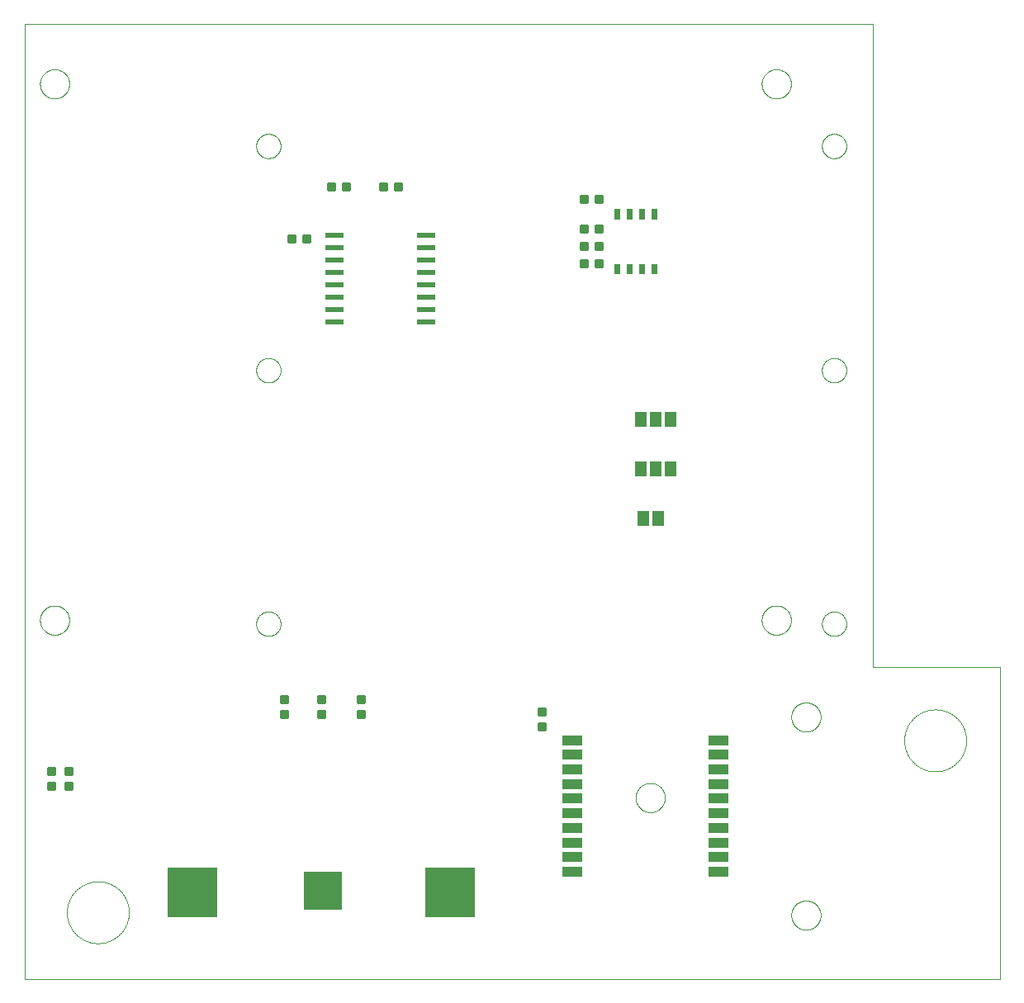
<source format=gtp>
G75*
%MOIN*%
%OFA0B0*%
%FSLAX25Y25*%
%IPPOS*%
%LPD*%
%AMOC8*
5,1,8,0,0,1.08239X$1,22.5*
%
%ADD10C,0.00000*%
%ADD11C,0.00875*%
%ADD12R,0.04600X0.06300*%
%ADD13R,0.20000X0.20000*%
%ADD14R,0.15600X0.15600*%
%ADD15C,0.00059*%
%ADD16R,0.07874X0.03937*%
%ADD17R,0.07800X0.02100*%
D10*
X0017623Y0012379D02*
X0017623Y0398206D01*
X0360143Y0398206D01*
X0360143Y0138363D01*
X0411324Y0138363D01*
X0411324Y0012379D01*
X0017623Y0012379D01*
X0034808Y0039343D02*
X0034812Y0039650D01*
X0034823Y0039956D01*
X0034842Y0040263D01*
X0034868Y0040568D01*
X0034902Y0040873D01*
X0034943Y0041177D01*
X0034992Y0041480D01*
X0035048Y0041782D01*
X0035112Y0042082D01*
X0035183Y0042380D01*
X0035261Y0042677D01*
X0035346Y0042972D01*
X0035439Y0043264D01*
X0035539Y0043554D01*
X0035646Y0043842D01*
X0035760Y0044127D01*
X0035880Y0044409D01*
X0036008Y0044687D01*
X0036143Y0044963D01*
X0036284Y0045235D01*
X0036432Y0045504D01*
X0036586Y0045769D01*
X0036747Y0046030D01*
X0036915Y0046288D01*
X0037088Y0046541D01*
X0037268Y0046789D01*
X0037454Y0047033D01*
X0037645Y0047273D01*
X0037843Y0047508D01*
X0038046Y0047737D01*
X0038255Y0047962D01*
X0038469Y0048182D01*
X0038689Y0048396D01*
X0038914Y0048605D01*
X0039143Y0048808D01*
X0039378Y0049006D01*
X0039618Y0049197D01*
X0039862Y0049383D01*
X0040110Y0049563D01*
X0040363Y0049736D01*
X0040621Y0049904D01*
X0040882Y0050065D01*
X0041147Y0050219D01*
X0041416Y0050367D01*
X0041688Y0050508D01*
X0041964Y0050643D01*
X0042242Y0050771D01*
X0042524Y0050891D01*
X0042809Y0051005D01*
X0043097Y0051112D01*
X0043387Y0051212D01*
X0043679Y0051305D01*
X0043974Y0051390D01*
X0044271Y0051468D01*
X0044569Y0051539D01*
X0044869Y0051603D01*
X0045171Y0051659D01*
X0045474Y0051708D01*
X0045778Y0051749D01*
X0046083Y0051783D01*
X0046388Y0051809D01*
X0046695Y0051828D01*
X0047001Y0051839D01*
X0047308Y0051843D01*
X0047615Y0051839D01*
X0047921Y0051828D01*
X0048228Y0051809D01*
X0048533Y0051783D01*
X0048838Y0051749D01*
X0049142Y0051708D01*
X0049445Y0051659D01*
X0049747Y0051603D01*
X0050047Y0051539D01*
X0050345Y0051468D01*
X0050642Y0051390D01*
X0050937Y0051305D01*
X0051229Y0051212D01*
X0051519Y0051112D01*
X0051807Y0051005D01*
X0052092Y0050891D01*
X0052374Y0050771D01*
X0052652Y0050643D01*
X0052928Y0050508D01*
X0053200Y0050367D01*
X0053469Y0050219D01*
X0053734Y0050065D01*
X0053995Y0049904D01*
X0054253Y0049736D01*
X0054506Y0049563D01*
X0054754Y0049383D01*
X0054998Y0049197D01*
X0055238Y0049006D01*
X0055473Y0048808D01*
X0055702Y0048605D01*
X0055927Y0048396D01*
X0056147Y0048182D01*
X0056361Y0047962D01*
X0056570Y0047737D01*
X0056773Y0047508D01*
X0056971Y0047273D01*
X0057162Y0047033D01*
X0057348Y0046789D01*
X0057528Y0046541D01*
X0057701Y0046288D01*
X0057869Y0046030D01*
X0058030Y0045769D01*
X0058184Y0045504D01*
X0058332Y0045235D01*
X0058473Y0044963D01*
X0058608Y0044687D01*
X0058736Y0044409D01*
X0058856Y0044127D01*
X0058970Y0043842D01*
X0059077Y0043554D01*
X0059177Y0043264D01*
X0059270Y0042972D01*
X0059355Y0042677D01*
X0059433Y0042380D01*
X0059504Y0042082D01*
X0059568Y0041782D01*
X0059624Y0041480D01*
X0059673Y0041177D01*
X0059714Y0040873D01*
X0059748Y0040568D01*
X0059774Y0040263D01*
X0059793Y0039956D01*
X0059804Y0039650D01*
X0059808Y0039343D01*
X0059804Y0039036D01*
X0059793Y0038730D01*
X0059774Y0038423D01*
X0059748Y0038118D01*
X0059714Y0037813D01*
X0059673Y0037509D01*
X0059624Y0037206D01*
X0059568Y0036904D01*
X0059504Y0036604D01*
X0059433Y0036306D01*
X0059355Y0036009D01*
X0059270Y0035714D01*
X0059177Y0035422D01*
X0059077Y0035132D01*
X0058970Y0034844D01*
X0058856Y0034559D01*
X0058736Y0034277D01*
X0058608Y0033999D01*
X0058473Y0033723D01*
X0058332Y0033451D01*
X0058184Y0033182D01*
X0058030Y0032917D01*
X0057869Y0032656D01*
X0057701Y0032398D01*
X0057528Y0032145D01*
X0057348Y0031897D01*
X0057162Y0031653D01*
X0056971Y0031413D01*
X0056773Y0031178D01*
X0056570Y0030949D01*
X0056361Y0030724D01*
X0056147Y0030504D01*
X0055927Y0030290D01*
X0055702Y0030081D01*
X0055473Y0029878D01*
X0055238Y0029680D01*
X0054998Y0029489D01*
X0054754Y0029303D01*
X0054506Y0029123D01*
X0054253Y0028950D01*
X0053995Y0028782D01*
X0053734Y0028621D01*
X0053469Y0028467D01*
X0053200Y0028319D01*
X0052928Y0028178D01*
X0052652Y0028043D01*
X0052374Y0027915D01*
X0052092Y0027795D01*
X0051807Y0027681D01*
X0051519Y0027574D01*
X0051229Y0027474D01*
X0050937Y0027381D01*
X0050642Y0027296D01*
X0050345Y0027218D01*
X0050047Y0027147D01*
X0049747Y0027083D01*
X0049445Y0027027D01*
X0049142Y0026978D01*
X0048838Y0026937D01*
X0048533Y0026903D01*
X0048228Y0026877D01*
X0047921Y0026858D01*
X0047615Y0026847D01*
X0047308Y0026843D01*
X0047001Y0026847D01*
X0046695Y0026858D01*
X0046388Y0026877D01*
X0046083Y0026903D01*
X0045778Y0026937D01*
X0045474Y0026978D01*
X0045171Y0027027D01*
X0044869Y0027083D01*
X0044569Y0027147D01*
X0044271Y0027218D01*
X0043974Y0027296D01*
X0043679Y0027381D01*
X0043387Y0027474D01*
X0043097Y0027574D01*
X0042809Y0027681D01*
X0042524Y0027795D01*
X0042242Y0027915D01*
X0041964Y0028043D01*
X0041688Y0028178D01*
X0041416Y0028319D01*
X0041147Y0028467D01*
X0040882Y0028621D01*
X0040621Y0028782D01*
X0040363Y0028950D01*
X0040110Y0029123D01*
X0039862Y0029303D01*
X0039618Y0029489D01*
X0039378Y0029680D01*
X0039143Y0029878D01*
X0038914Y0030081D01*
X0038689Y0030290D01*
X0038469Y0030504D01*
X0038255Y0030724D01*
X0038046Y0030949D01*
X0037843Y0031178D01*
X0037645Y0031413D01*
X0037454Y0031653D01*
X0037268Y0031897D01*
X0037088Y0032145D01*
X0036915Y0032398D01*
X0036747Y0032656D01*
X0036586Y0032917D01*
X0036432Y0033182D01*
X0036284Y0033451D01*
X0036143Y0033723D01*
X0036008Y0033999D01*
X0035880Y0034277D01*
X0035760Y0034559D01*
X0035646Y0034844D01*
X0035539Y0035132D01*
X0035439Y0035422D01*
X0035346Y0035714D01*
X0035261Y0036009D01*
X0035183Y0036306D01*
X0035112Y0036604D01*
X0035048Y0036904D01*
X0034992Y0037206D01*
X0034943Y0037509D01*
X0034902Y0037813D01*
X0034868Y0038118D01*
X0034842Y0038423D01*
X0034823Y0038730D01*
X0034812Y0039036D01*
X0034808Y0039343D01*
X0111206Y0155843D02*
X0111208Y0155983D01*
X0111214Y0156123D01*
X0111224Y0156262D01*
X0111238Y0156401D01*
X0111256Y0156540D01*
X0111277Y0156678D01*
X0111303Y0156816D01*
X0111333Y0156953D01*
X0111366Y0157088D01*
X0111404Y0157223D01*
X0111445Y0157357D01*
X0111490Y0157490D01*
X0111538Y0157621D01*
X0111591Y0157750D01*
X0111647Y0157879D01*
X0111706Y0158005D01*
X0111770Y0158130D01*
X0111836Y0158253D01*
X0111907Y0158374D01*
X0111980Y0158493D01*
X0112057Y0158610D01*
X0112138Y0158724D01*
X0112221Y0158836D01*
X0112308Y0158946D01*
X0112398Y0159054D01*
X0112490Y0159158D01*
X0112586Y0159260D01*
X0112685Y0159360D01*
X0112786Y0159456D01*
X0112890Y0159550D01*
X0112997Y0159640D01*
X0113106Y0159727D01*
X0113218Y0159812D01*
X0113332Y0159893D01*
X0113448Y0159971D01*
X0113566Y0160045D01*
X0113687Y0160116D01*
X0113809Y0160184D01*
X0113934Y0160248D01*
X0114060Y0160309D01*
X0114187Y0160366D01*
X0114317Y0160419D01*
X0114448Y0160469D01*
X0114580Y0160514D01*
X0114713Y0160557D01*
X0114848Y0160595D01*
X0114983Y0160629D01*
X0115120Y0160660D01*
X0115257Y0160687D01*
X0115395Y0160709D01*
X0115534Y0160728D01*
X0115673Y0160743D01*
X0115812Y0160754D01*
X0115952Y0160761D01*
X0116092Y0160764D01*
X0116232Y0160763D01*
X0116372Y0160758D01*
X0116511Y0160749D01*
X0116651Y0160736D01*
X0116790Y0160719D01*
X0116928Y0160698D01*
X0117066Y0160674D01*
X0117203Y0160645D01*
X0117339Y0160613D01*
X0117474Y0160576D01*
X0117608Y0160536D01*
X0117741Y0160492D01*
X0117872Y0160444D01*
X0118002Y0160393D01*
X0118131Y0160338D01*
X0118258Y0160279D01*
X0118383Y0160216D01*
X0118506Y0160151D01*
X0118628Y0160081D01*
X0118747Y0160008D01*
X0118865Y0159932D01*
X0118980Y0159853D01*
X0119093Y0159770D01*
X0119203Y0159684D01*
X0119311Y0159595D01*
X0119416Y0159503D01*
X0119519Y0159408D01*
X0119619Y0159310D01*
X0119716Y0159210D01*
X0119810Y0159106D01*
X0119902Y0159000D01*
X0119990Y0158892D01*
X0120075Y0158781D01*
X0120157Y0158667D01*
X0120236Y0158551D01*
X0120311Y0158434D01*
X0120383Y0158314D01*
X0120451Y0158192D01*
X0120516Y0158068D01*
X0120578Y0157942D01*
X0120636Y0157815D01*
X0120690Y0157686D01*
X0120741Y0157555D01*
X0120787Y0157423D01*
X0120830Y0157290D01*
X0120870Y0157156D01*
X0120905Y0157021D01*
X0120937Y0156884D01*
X0120964Y0156747D01*
X0120988Y0156609D01*
X0121008Y0156471D01*
X0121024Y0156332D01*
X0121036Y0156192D01*
X0121044Y0156053D01*
X0121048Y0155913D01*
X0121048Y0155773D01*
X0121044Y0155633D01*
X0121036Y0155494D01*
X0121024Y0155354D01*
X0121008Y0155215D01*
X0120988Y0155077D01*
X0120964Y0154939D01*
X0120937Y0154802D01*
X0120905Y0154665D01*
X0120870Y0154530D01*
X0120830Y0154396D01*
X0120787Y0154263D01*
X0120741Y0154131D01*
X0120690Y0154000D01*
X0120636Y0153871D01*
X0120578Y0153744D01*
X0120516Y0153618D01*
X0120451Y0153494D01*
X0120383Y0153372D01*
X0120311Y0153252D01*
X0120236Y0153135D01*
X0120157Y0153019D01*
X0120075Y0152905D01*
X0119990Y0152794D01*
X0119902Y0152686D01*
X0119810Y0152580D01*
X0119716Y0152476D01*
X0119619Y0152376D01*
X0119519Y0152278D01*
X0119416Y0152183D01*
X0119311Y0152091D01*
X0119203Y0152002D01*
X0119093Y0151916D01*
X0118980Y0151833D01*
X0118865Y0151754D01*
X0118747Y0151678D01*
X0118628Y0151605D01*
X0118506Y0151535D01*
X0118383Y0151470D01*
X0118258Y0151407D01*
X0118131Y0151348D01*
X0118002Y0151293D01*
X0117872Y0151242D01*
X0117741Y0151194D01*
X0117608Y0151150D01*
X0117474Y0151110D01*
X0117339Y0151073D01*
X0117203Y0151041D01*
X0117066Y0151012D01*
X0116928Y0150988D01*
X0116790Y0150967D01*
X0116651Y0150950D01*
X0116511Y0150937D01*
X0116372Y0150928D01*
X0116232Y0150923D01*
X0116092Y0150922D01*
X0115952Y0150925D01*
X0115812Y0150932D01*
X0115673Y0150943D01*
X0115534Y0150958D01*
X0115395Y0150977D01*
X0115257Y0150999D01*
X0115120Y0151026D01*
X0114983Y0151057D01*
X0114848Y0151091D01*
X0114713Y0151129D01*
X0114580Y0151172D01*
X0114448Y0151217D01*
X0114317Y0151267D01*
X0114187Y0151320D01*
X0114060Y0151377D01*
X0113934Y0151438D01*
X0113809Y0151502D01*
X0113687Y0151570D01*
X0113566Y0151641D01*
X0113448Y0151715D01*
X0113332Y0151793D01*
X0113218Y0151874D01*
X0113106Y0151959D01*
X0112997Y0152046D01*
X0112890Y0152136D01*
X0112786Y0152230D01*
X0112685Y0152326D01*
X0112586Y0152426D01*
X0112490Y0152528D01*
X0112398Y0152632D01*
X0112308Y0152740D01*
X0112221Y0152850D01*
X0112138Y0152962D01*
X0112057Y0153076D01*
X0111980Y0153193D01*
X0111907Y0153312D01*
X0111836Y0153433D01*
X0111770Y0153556D01*
X0111706Y0153681D01*
X0111647Y0153807D01*
X0111591Y0153936D01*
X0111538Y0154065D01*
X0111490Y0154196D01*
X0111445Y0154329D01*
X0111404Y0154463D01*
X0111366Y0154598D01*
X0111333Y0154733D01*
X0111303Y0154870D01*
X0111277Y0155008D01*
X0111256Y0155146D01*
X0111238Y0155285D01*
X0111224Y0155424D01*
X0111214Y0155563D01*
X0111208Y0155703D01*
X0111206Y0155843D01*
X0023914Y0157316D02*
X0023916Y0157469D01*
X0023922Y0157623D01*
X0023932Y0157776D01*
X0023946Y0157928D01*
X0023964Y0158081D01*
X0023986Y0158232D01*
X0024011Y0158383D01*
X0024041Y0158534D01*
X0024075Y0158684D01*
X0024112Y0158832D01*
X0024153Y0158980D01*
X0024198Y0159126D01*
X0024247Y0159272D01*
X0024300Y0159416D01*
X0024356Y0159558D01*
X0024416Y0159699D01*
X0024480Y0159839D01*
X0024547Y0159977D01*
X0024618Y0160113D01*
X0024693Y0160247D01*
X0024770Y0160379D01*
X0024852Y0160509D01*
X0024936Y0160637D01*
X0025024Y0160763D01*
X0025115Y0160886D01*
X0025209Y0161007D01*
X0025307Y0161125D01*
X0025407Y0161241D01*
X0025511Y0161354D01*
X0025617Y0161465D01*
X0025726Y0161573D01*
X0025838Y0161678D01*
X0025952Y0161779D01*
X0026070Y0161878D01*
X0026189Y0161974D01*
X0026311Y0162067D01*
X0026436Y0162156D01*
X0026563Y0162243D01*
X0026692Y0162325D01*
X0026823Y0162405D01*
X0026956Y0162481D01*
X0027091Y0162554D01*
X0027228Y0162623D01*
X0027367Y0162688D01*
X0027507Y0162750D01*
X0027649Y0162808D01*
X0027792Y0162863D01*
X0027937Y0162914D01*
X0028083Y0162961D01*
X0028230Y0163004D01*
X0028378Y0163043D01*
X0028527Y0163079D01*
X0028677Y0163110D01*
X0028828Y0163138D01*
X0028979Y0163162D01*
X0029132Y0163182D01*
X0029284Y0163198D01*
X0029437Y0163210D01*
X0029590Y0163218D01*
X0029743Y0163222D01*
X0029897Y0163222D01*
X0030050Y0163218D01*
X0030203Y0163210D01*
X0030356Y0163198D01*
X0030508Y0163182D01*
X0030661Y0163162D01*
X0030812Y0163138D01*
X0030963Y0163110D01*
X0031113Y0163079D01*
X0031262Y0163043D01*
X0031410Y0163004D01*
X0031557Y0162961D01*
X0031703Y0162914D01*
X0031848Y0162863D01*
X0031991Y0162808D01*
X0032133Y0162750D01*
X0032273Y0162688D01*
X0032412Y0162623D01*
X0032549Y0162554D01*
X0032684Y0162481D01*
X0032817Y0162405D01*
X0032948Y0162325D01*
X0033077Y0162243D01*
X0033204Y0162156D01*
X0033329Y0162067D01*
X0033451Y0161974D01*
X0033570Y0161878D01*
X0033688Y0161779D01*
X0033802Y0161678D01*
X0033914Y0161573D01*
X0034023Y0161465D01*
X0034129Y0161354D01*
X0034233Y0161241D01*
X0034333Y0161125D01*
X0034431Y0161007D01*
X0034525Y0160886D01*
X0034616Y0160763D01*
X0034704Y0160637D01*
X0034788Y0160509D01*
X0034870Y0160379D01*
X0034947Y0160247D01*
X0035022Y0160113D01*
X0035093Y0159977D01*
X0035160Y0159839D01*
X0035224Y0159699D01*
X0035284Y0159558D01*
X0035340Y0159416D01*
X0035393Y0159272D01*
X0035442Y0159126D01*
X0035487Y0158980D01*
X0035528Y0158832D01*
X0035565Y0158684D01*
X0035599Y0158534D01*
X0035629Y0158383D01*
X0035654Y0158232D01*
X0035676Y0158081D01*
X0035694Y0157928D01*
X0035708Y0157776D01*
X0035718Y0157623D01*
X0035724Y0157469D01*
X0035726Y0157316D01*
X0035724Y0157163D01*
X0035718Y0157009D01*
X0035708Y0156856D01*
X0035694Y0156704D01*
X0035676Y0156551D01*
X0035654Y0156400D01*
X0035629Y0156249D01*
X0035599Y0156098D01*
X0035565Y0155948D01*
X0035528Y0155800D01*
X0035487Y0155652D01*
X0035442Y0155506D01*
X0035393Y0155360D01*
X0035340Y0155216D01*
X0035284Y0155074D01*
X0035224Y0154933D01*
X0035160Y0154793D01*
X0035093Y0154655D01*
X0035022Y0154519D01*
X0034947Y0154385D01*
X0034870Y0154253D01*
X0034788Y0154123D01*
X0034704Y0153995D01*
X0034616Y0153869D01*
X0034525Y0153746D01*
X0034431Y0153625D01*
X0034333Y0153507D01*
X0034233Y0153391D01*
X0034129Y0153278D01*
X0034023Y0153167D01*
X0033914Y0153059D01*
X0033802Y0152954D01*
X0033688Y0152853D01*
X0033570Y0152754D01*
X0033451Y0152658D01*
X0033329Y0152565D01*
X0033204Y0152476D01*
X0033077Y0152389D01*
X0032948Y0152307D01*
X0032817Y0152227D01*
X0032684Y0152151D01*
X0032549Y0152078D01*
X0032412Y0152009D01*
X0032273Y0151944D01*
X0032133Y0151882D01*
X0031991Y0151824D01*
X0031848Y0151769D01*
X0031703Y0151718D01*
X0031557Y0151671D01*
X0031410Y0151628D01*
X0031262Y0151589D01*
X0031113Y0151553D01*
X0030963Y0151522D01*
X0030812Y0151494D01*
X0030661Y0151470D01*
X0030508Y0151450D01*
X0030356Y0151434D01*
X0030203Y0151422D01*
X0030050Y0151414D01*
X0029897Y0151410D01*
X0029743Y0151410D01*
X0029590Y0151414D01*
X0029437Y0151422D01*
X0029284Y0151434D01*
X0029132Y0151450D01*
X0028979Y0151470D01*
X0028828Y0151494D01*
X0028677Y0151522D01*
X0028527Y0151553D01*
X0028378Y0151589D01*
X0028230Y0151628D01*
X0028083Y0151671D01*
X0027937Y0151718D01*
X0027792Y0151769D01*
X0027649Y0151824D01*
X0027507Y0151882D01*
X0027367Y0151944D01*
X0027228Y0152009D01*
X0027091Y0152078D01*
X0026956Y0152151D01*
X0026823Y0152227D01*
X0026692Y0152307D01*
X0026563Y0152389D01*
X0026436Y0152476D01*
X0026311Y0152565D01*
X0026189Y0152658D01*
X0026070Y0152754D01*
X0025952Y0152853D01*
X0025838Y0152954D01*
X0025726Y0153059D01*
X0025617Y0153167D01*
X0025511Y0153278D01*
X0025407Y0153391D01*
X0025307Y0153507D01*
X0025209Y0153625D01*
X0025115Y0153746D01*
X0025024Y0153869D01*
X0024936Y0153995D01*
X0024852Y0154123D01*
X0024770Y0154253D01*
X0024693Y0154385D01*
X0024618Y0154519D01*
X0024547Y0154655D01*
X0024480Y0154793D01*
X0024416Y0154933D01*
X0024356Y0155074D01*
X0024300Y0155216D01*
X0024247Y0155360D01*
X0024198Y0155506D01*
X0024153Y0155652D01*
X0024112Y0155800D01*
X0024075Y0155948D01*
X0024041Y0156098D01*
X0024011Y0156249D01*
X0023986Y0156400D01*
X0023964Y0156551D01*
X0023946Y0156704D01*
X0023932Y0156856D01*
X0023922Y0157009D01*
X0023916Y0157163D01*
X0023914Y0157316D01*
X0111206Y0258206D02*
X0111208Y0258346D01*
X0111214Y0258486D01*
X0111224Y0258625D01*
X0111238Y0258764D01*
X0111256Y0258903D01*
X0111277Y0259041D01*
X0111303Y0259179D01*
X0111333Y0259316D01*
X0111366Y0259451D01*
X0111404Y0259586D01*
X0111445Y0259720D01*
X0111490Y0259853D01*
X0111538Y0259984D01*
X0111591Y0260113D01*
X0111647Y0260242D01*
X0111706Y0260368D01*
X0111770Y0260493D01*
X0111836Y0260616D01*
X0111907Y0260737D01*
X0111980Y0260856D01*
X0112057Y0260973D01*
X0112138Y0261087D01*
X0112221Y0261199D01*
X0112308Y0261309D01*
X0112398Y0261417D01*
X0112490Y0261521D01*
X0112586Y0261623D01*
X0112685Y0261723D01*
X0112786Y0261819D01*
X0112890Y0261913D01*
X0112997Y0262003D01*
X0113106Y0262090D01*
X0113218Y0262175D01*
X0113332Y0262256D01*
X0113448Y0262334D01*
X0113566Y0262408D01*
X0113687Y0262479D01*
X0113809Y0262547D01*
X0113934Y0262611D01*
X0114060Y0262672D01*
X0114187Y0262729D01*
X0114317Y0262782D01*
X0114448Y0262832D01*
X0114580Y0262877D01*
X0114713Y0262920D01*
X0114848Y0262958D01*
X0114983Y0262992D01*
X0115120Y0263023D01*
X0115257Y0263050D01*
X0115395Y0263072D01*
X0115534Y0263091D01*
X0115673Y0263106D01*
X0115812Y0263117D01*
X0115952Y0263124D01*
X0116092Y0263127D01*
X0116232Y0263126D01*
X0116372Y0263121D01*
X0116511Y0263112D01*
X0116651Y0263099D01*
X0116790Y0263082D01*
X0116928Y0263061D01*
X0117066Y0263037D01*
X0117203Y0263008D01*
X0117339Y0262976D01*
X0117474Y0262939D01*
X0117608Y0262899D01*
X0117741Y0262855D01*
X0117872Y0262807D01*
X0118002Y0262756D01*
X0118131Y0262701D01*
X0118258Y0262642D01*
X0118383Y0262579D01*
X0118506Y0262514D01*
X0118628Y0262444D01*
X0118747Y0262371D01*
X0118865Y0262295D01*
X0118980Y0262216D01*
X0119093Y0262133D01*
X0119203Y0262047D01*
X0119311Y0261958D01*
X0119416Y0261866D01*
X0119519Y0261771D01*
X0119619Y0261673D01*
X0119716Y0261573D01*
X0119810Y0261469D01*
X0119902Y0261363D01*
X0119990Y0261255D01*
X0120075Y0261144D01*
X0120157Y0261030D01*
X0120236Y0260914D01*
X0120311Y0260797D01*
X0120383Y0260677D01*
X0120451Y0260555D01*
X0120516Y0260431D01*
X0120578Y0260305D01*
X0120636Y0260178D01*
X0120690Y0260049D01*
X0120741Y0259918D01*
X0120787Y0259786D01*
X0120830Y0259653D01*
X0120870Y0259519D01*
X0120905Y0259384D01*
X0120937Y0259247D01*
X0120964Y0259110D01*
X0120988Y0258972D01*
X0121008Y0258834D01*
X0121024Y0258695D01*
X0121036Y0258555D01*
X0121044Y0258416D01*
X0121048Y0258276D01*
X0121048Y0258136D01*
X0121044Y0257996D01*
X0121036Y0257857D01*
X0121024Y0257717D01*
X0121008Y0257578D01*
X0120988Y0257440D01*
X0120964Y0257302D01*
X0120937Y0257165D01*
X0120905Y0257028D01*
X0120870Y0256893D01*
X0120830Y0256759D01*
X0120787Y0256626D01*
X0120741Y0256494D01*
X0120690Y0256363D01*
X0120636Y0256234D01*
X0120578Y0256107D01*
X0120516Y0255981D01*
X0120451Y0255857D01*
X0120383Y0255735D01*
X0120311Y0255615D01*
X0120236Y0255498D01*
X0120157Y0255382D01*
X0120075Y0255268D01*
X0119990Y0255157D01*
X0119902Y0255049D01*
X0119810Y0254943D01*
X0119716Y0254839D01*
X0119619Y0254739D01*
X0119519Y0254641D01*
X0119416Y0254546D01*
X0119311Y0254454D01*
X0119203Y0254365D01*
X0119093Y0254279D01*
X0118980Y0254196D01*
X0118865Y0254117D01*
X0118747Y0254041D01*
X0118628Y0253968D01*
X0118506Y0253898D01*
X0118383Y0253833D01*
X0118258Y0253770D01*
X0118131Y0253711D01*
X0118002Y0253656D01*
X0117872Y0253605D01*
X0117741Y0253557D01*
X0117608Y0253513D01*
X0117474Y0253473D01*
X0117339Y0253436D01*
X0117203Y0253404D01*
X0117066Y0253375D01*
X0116928Y0253351D01*
X0116790Y0253330D01*
X0116651Y0253313D01*
X0116511Y0253300D01*
X0116372Y0253291D01*
X0116232Y0253286D01*
X0116092Y0253285D01*
X0115952Y0253288D01*
X0115812Y0253295D01*
X0115673Y0253306D01*
X0115534Y0253321D01*
X0115395Y0253340D01*
X0115257Y0253362D01*
X0115120Y0253389D01*
X0114983Y0253420D01*
X0114848Y0253454D01*
X0114713Y0253492D01*
X0114580Y0253535D01*
X0114448Y0253580D01*
X0114317Y0253630D01*
X0114187Y0253683D01*
X0114060Y0253740D01*
X0113934Y0253801D01*
X0113809Y0253865D01*
X0113687Y0253933D01*
X0113566Y0254004D01*
X0113448Y0254078D01*
X0113332Y0254156D01*
X0113218Y0254237D01*
X0113106Y0254322D01*
X0112997Y0254409D01*
X0112890Y0254499D01*
X0112786Y0254593D01*
X0112685Y0254689D01*
X0112586Y0254789D01*
X0112490Y0254891D01*
X0112398Y0254995D01*
X0112308Y0255103D01*
X0112221Y0255213D01*
X0112138Y0255325D01*
X0112057Y0255439D01*
X0111980Y0255556D01*
X0111907Y0255675D01*
X0111836Y0255796D01*
X0111770Y0255919D01*
X0111706Y0256044D01*
X0111647Y0256170D01*
X0111591Y0256299D01*
X0111538Y0256428D01*
X0111490Y0256559D01*
X0111445Y0256692D01*
X0111404Y0256826D01*
X0111366Y0256961D01*
X0111333Y0257096D01*
X0111303Y0257233D01*
X0111277Y0257371D01*
X0111256Y0257509D01*
X0111238Y0257648D01*
X0111224Y0257787D01*
X0111214Y0257926D01*
X0111208Y0258066D01*
X0111206Y0258206D01*
X0111206Y0348757D02*
X0111208Y0348897D01*
X0111214Y0349037D01*
X0111224Y0349176D01*
X0111238Y0349315D01*
X0111256Y0349454D01*
X0111277Y0349592D01*
X0111303Y0349730D01*
X0111333Y0349867D01*
X0111366Y0350002D01*
X0111404Y0350137D01*
X0111445Y0350271D01*
X0111490Y0350404D01*
X0111538Y0350535D01*
X0111591Y0350664D01*
X0111647Y0350793D01*
X0111706Y0350919D01*
X0111770Y0351044D01*
X0111836Y0351167D01*
X0111907Y0351288D01*
X0111980Y0351407D01*
X0112057Y0351524D01*
X0112138Y0351638D01*
X0112221Y0351750D01*
X0112308Y0351860D01*
X0112398Y0351968D01*
X0112490Y0352072D01*
X0112586Y0352174D01*
X0112685Y0352274D01*
X0112786Y0352370D01*
X0112890Y0352464D01*
X0112997Y0352554D01*
X0113106Y0352641D01*
X0113218Y0352726D01*
X0113332Y0352807D01*
X0113448Y0352885D01*
X0113566Y0352959D01*
X0113687Y0353030D01*
X0113809Y0353098D01*
X0113934Y0353162D01*
X0114060Y0353223D01*
X0114187Y0353280D01*
X0114317Y0353333D01*
X0114448Y0353383D01*
X0114580Y0353428D01*
X0114713Y0353471D01*
X0114848Y0353509D01*
X0114983Y0353543D01*
X0115120Y0353574D01*
X0115257Y0353601D01*
X0115395Y0353623D01*
X0115534Y0353642D01*
X0115673Y0353657D01*
X0115812Y0353668D01*
X0115952Y0353675D01*
X0116092Y0353678D01*
X0116232Y0353677D01*
X0116372Y0353672D01*
X0116511Y0353663D01*
X0116651Y0353650D01*
X0116790Y0353633D01*
X0116928Y0353612D01*
X0117066Y0353588D01*
X0117203Y0353559D01*
X0117339Y0353527D01*
X0117474Y0353490D01*
X0117608Y0353450D01*
X0117741Y0353406D01*
X0117872Y0353358D01*
X0118002Y0353307D01*
X0118131Y0353252D01*
X0118258Y0353193D01*
X0118383Y0353130D01*
X0118506Y0353065D01*
X0118628Y0352995D01*
X0118747Y0352922D01*
X0118865Y0352846D01*
X0118980Y0352767D01*
X0119093Y0352684D01*
X0119203Y0352598D01*
X0119311Y0352509D01*
X0119416Y0352417D01*
X0119519Y0352322D01*
X0119619Y0352224D01*
X0119716Y0352124D01*
X0119810Y0352020D01*
X0119902Y0351914D01*
X0119990Y0351806D01*
X0120075Y0351695D01*
X0120157Y0351581D01*
X0120236Y0351465D01*
X0120311Y0351348D01*
X0120383Y0351228D01*
X0120451Y0351106D01*
X0120516Y0350982D01*
X0120578Y0350856D01*
X0120636Y0350729D01*
X0120690Y0350600D01*
X0120741Y0350469D01*
X0120787Y0350337D01*
X0120830Y0350204D01*
X0120870Y0350070D01*
X0120905Y0349935D01*
X0120937Y0349798D01*
X0120964Y0349661D01*
X0120988Y0349523D01*
X0121008Y0349385D01*
X0121024Y0349246D01*
X0121036Y0349106D01*
X0121044Y0348967D01*
X0121048Y0348827D01*
X0121048Y0348687D01*
X0121044Y0348547D01*
X0121036Y0348408D01*
X0121024Y0348268D01*
X0121008Y0348129D01*
X0120988Y0347991D01*
X0120964Y0347853D01*
X0120937Y0347716D01*
X0120905Y0347579D01*
X0120870Y0347444D01*
X0120830Y0347310D01*
X0120787Y0347177D01*
X0120741Y0347045D01*
X0120690Y0346914D01*
X0120636Y0346785D01*
X0120578Y0346658D01*
X0120516Y0346532D01*
X0120451Y0346408D01*
X0120383Y0346286D01*
X0120311Y0346166D01*
X0120236Y0346049D01*
X0120157Y0345933D01*
X0120075Y0345819D01*
X0119990Y0345708D01*
X0119902Y0345600D01*
X0119810Y0345494D01*
X0119716Y0345390D01*
X0119619Y0345290D01*
X0119519Y0345192D01*
X0119416Y0345097D01*
X0119311Y0345005D01*
X0119203Y0344916D01*
X0119093Y0344830D01*
X0118980Y0344747D01*
X0118865Y0344668D01*
X0118747Y0344592D01*
X0118628Y0344519D01*
X0118506Y0344449D01*
X0118383Y0344384D01*
X0118258Y0344321D01*
X0118131Y0344262D01*
X0118002Y0344207D01*
X0117872Y0344156D01*
X0117741Y0344108D01*
X0117608Y0344064D01*
X0117474Y0344024D01*
X0117339Y0343987D01*
X0117203Y0343955D01*
X0117066Y0343926D01*
X0116928Y0343902D01*
X0116790Y0343881D01*
X0116651Y0343864D01*
X0116511Y0343851D01*
X0116372Y0343842D01*
X0116232Y0343837D01*
X0116092Y0343836D01*
X0115952Y0343839D01*
X0115812Y0343846D01*
X0115673Y0343857D01*
X0115534Y0343872D01*
X0115395Y0343891D01*
X0115257Y0343913D01*
X0115120Y0343940D01*
X0114983Y0343971D01*
X0114848Y0344005D01*
X0114713Y0344043D01*
X0114580Y0344086D01*
X0114448Y0344131D01*
X0114317Y0344181D01*
X0114187Y0344234D01*
X0114060Y0344291D01*
X0113934Y0344352D01*
X0113809Y0344416D01*
X0113687Y0344484D01*
X0113566Y0344555D01*
X0113448Y0344629D01*
X0113332Y0344707D01*
X0113218Y0344788D01*
X0113106Y0344873D01*
X0112997Y0344960D01*
X0112890Y0345050D01*
X0112786Y0345144D01*
X0112685Y0345240D01*
X0112586Y0345340D01*
X0112490Y0345442D01*
X0112398Y0345546D01*
X0112308Y0345654D01*
X0112221Y0345764D01*
X0112138Y0345876D01*
X0112057Y0345990D01*
X0111980Y0346107D01*
X0111907Y0346226D01*
X0111836Y0346347D01*
X0111770Y0346470D01*
X0111706Y0346595D01*
X0111647Y0346721D01*
X0111591Y0346850D01*
X0111538Y0346979D01*
X0111490Y0347110D01*
X0111445Y0347243D01*
X0111404Y0347377D01*
X0111366Y0347512D01*
X0111333Y0347647D01*
X0111303Y0347784D01*
X0111277Y0347922D01*
X0111256Y0348060D01*
X0111238Y0348199D01*
X0111224Y0348338D01*
X0111214Y0348477D01*
X0111208Y0348617D01*
X0111206Y0348757D01*
X0023914Y0373851D02*
X0023916Y0374004D01*
X0023922Y0374158D01*
X0023932Y0374311D01*
X0023946Y0374463D01*
X0023964Y0374616D01*
X0023986Y0374767D01*
X0024011Y0374918D01*
X0024041Y0375069D01*
X0024075Y0375219D01*
X0024112Y0375367D01*
X0024153Y0375515D01*
X0024198Y0375661D01*
X0024247Y0375807D01*
X0024300Y0375951D01*
X0024356Y0376093D01*
X0024416Y0376234D01*
X0024480Y0376374D01*
X0024547Y0376512D01*
X0024618Y0376648D01*
X0024693Y0376782D01*
X0024770Y0376914D01*
X0024852Y0377044D01*
X0024936Y0377172D01*
X0025024Y0377298D01*
X0025115Y0377421D01*
X0025209Y0377542D01*
X0025307Y0377660D01*
X0025407Y0377776D01*
X0025511Y0377889D01*
X0025617Y0378000D01*
X0025726Y0378108D01*
X0025838Y0378213D01*
X0025952Y0378314D01*
X0026070Y0378413D01*
X0026189Y0378509D01*
X0026311Y0378602D01*
X0026436Y0378691D01*
X0026563Y0378778D01*
X0026692Y0378860D01*
X0026823Y0378940D01*
X0026956Y0379016D01*
X0027091Y0379089D01*
X0027228Y0379158D01*
X0027367Y0379223D01*
X0027507Y0379285D01*
X0027649Y0379343D01*
X0027792Y0379398D01*
X0027937Y0379449D01*
X0028083Y0379496D01*
X0028230Y0379539D01*
X0028378Y0379578D01*
X0028527Y0379614D01*
X0028677Y0379645D01*
X0028828Y0379673D01*
X0028979Y0379697D01*
X0029132Y0379717D01*
X0029284Y0379733D01*
X0029437Y0379745D01*
X0029590Y0379753D01*
X0029743Y0379757D01*
X0029897Y0379757D01*
X0030050Y0379753D01*
X0030203Y0379745D01*
X0030356Y0379733D01*
X0030508Y0379717D01*
X0030661Y0379697D01*
X0030812Y0379673D01*
X0030963Y0379645D01*
X0031113Y0379614D01*
X0031262Y0379578D01*
X0031410Y0379539D01*
X0031557Y0379496D01*
X0031703Y0379449D01*
X0031848Y0379398D01*
X0031991Y0379343D01*
X0032133Y0379285D01*
X0032273Y0379223D01*
X0032412Y0379158D01*
X0032549Y0379089D01*
X0032684Y0379016D01*
X0032817Y0378940D01*
X0032948Y0378860D01*
X0033077Y0378778D01*
X0033204Y0378691D01*
X0033329Y0378602D01*
X0033451Y0378509D01*
X0033570Y0378413D01*
X0033688Y0378314D01*
X0033802Y0378213D01*
X0033914Y0378108D01*
X0034023Y0378000D01*
X0034129Y0377889D01*
X0034233Y0377776D01*
X0034333Y0377660D01*
X0034431Y0377542D01*
X0034525Y0377421D01*
X0034616Y0377298D01*
X0034704Y0377172D01*
X0034788Y0377044D01*
X0034870Y0376914D01*
X0034947Y0376782D01*
X0035022Y0376648D01*
X0035093Y0376512D01*
X0035160Y0376374D01*
X0035224Y0376234D01*
X0035284Y0376093D01*
X0035340Y0375951D01*
X0035393Y0375807D01*
X0035442Y0375661D01*
X0035487Y0375515D01*
X0035528Y0375367D01*
X0035565Y0375219D01*
X0035599Y0375069D01*
X0035629Y0374918D01*
X0035654Y0374767D01*
X0035676Y0374616D01*
X0035694Y0374463D01*
X0035708Y0374311D01*
X0035718Y0374158D01*
X0035724Y0374004D01*
X0035726Y0373851D01*
X0035724Y0373698D01*
X0035718Y0373544D01*
X0035708Y0373391D01*
X0035694Y0373239D01*
X0035676Y0373086D01*
X0035654Y0372935D01*
X0035629Y0372784D01*
X0035599Y0372633D01*
X0035565Y0372483D01*
X0035528Y0372335D01*
X0035487Y0372187D01*
X0035442Y0372041D01*
X0035393Y0371895D01*
X0035340Y0371751D01*
X0035284Y0371609D01*
X0035224Y0371468D01*
X0035160Y0371328D01*
X0035093Y0371190D01*
X0035022Y0371054D01*
X0034947Y0370920D01*
X0034870Y0370788D01*
X0034788Y0370658D01*
X0034704Y0370530D01*
X0034616Y0370404D01*
X0034525Y0370281D01*
X0034431Y0370160D01*
X0034333Y0370042D01*
X0034233Y0369926D01*
X0034129Y0369813D01*
X0034023Y0369702D01*
X0033914Y0369594D01*
X0033802Y0369489D01*
X0033688Y0369388D01*
X0033570Y0369289D01*
X0033451Y0369193D01*
X0033329Y0369100D01*
X0033204Y0369011D01*
X0033077Y0368924D01*
X0032948Y0368842D01*
X0032817Y0368762D01*
X0032684Y0368686D01*
X0032549Y0368613D01*
X0032412Y0368544D01*
X0032273Y0368479D01*
X0032133Y0368417D01*
X0031991Y0368359D01*
X0031848Y0368304D01*
X0031703Y0368253D01*
X0031557Y0368206D01*
X0031410Y0368163D01*
X0031262Y0368124D01*
X0031113Y0368088D01*
X0030963Y0368057D01*
X0030812Y0368029D01*
X0030661Y0368005D01*
X0030508Y0367985D01*
X0030356Y0367969D01*
X0030203Y0367957D01*
X0030050Y0367949D01*
X0029897Y0367945D01*
X0029743Y0367945D01*
X0029590Y0367949D01*
X0029437Y0367957D01*
X0029284Y0367969D01*
X0029132Y0367985D01*
X0028979Y0368005D01*
X0028828Y0368029D01*
X0028677Y0368057D01*
X0028527Y0368088D01*
X0028378Y0368124D01*
X0028230Y0368163D01*
X0028083Y0368206D01*
X0027937Y0368253D01*
X0027792Y0368304D01*
X0027649Y0368359D01*
X0027507Y0368417D01*
X0027367Y0368479D01*
X0027228Y0368544D01*
X0027091Y0368613D01*
X0026956Y0368686D01*
X0026823Y0368762D01*
X0026692Y0368842D01*
X0026563Y0368924D01*
X0026436Y0369011D01*
X0026311Y0369100D01*
X0026189Y0369193D01*
X0026070Y0369289D01*
X0025952Y0369388D01*
X0025838Y0369489D01*
X0025726Y0369594D01*
X0025617Y0369702D01*
X0025511Y0369813D01*
X0025407Y0369926D01*
X0025307Y0370042D01*
X0025209Y0370160D01*
X0025115Y0370281D01*
X0025024Y0370404D01*
X0024936Y0370530D01*
X0024852Y0370658D01*
X0024770Y0370788D01*
X0024693Y0370920D01*
X0024618Y0371054D01*
X0024547Y0371190D01*
X0024480Y0371328D01*
X0024416Y0371468D01*
X0024356Y0371609D01*
X0024300Y0371751D01*
X0024247Y0371895D01*
X0024198Y0372041D01*
X0024153Y0372187D01*
X0024112Y0372335D01*
X0024075Y0372483D01*
X0024041Y0372633D01*
X0024011Y0372784D01*
X0023986Y0372935D01*
X0023964Y0373086D01*
X0023946Y0373239D01*
X0023932Y0373391D01*
X0023922Y0373544D01*
X0023916Y0373698D01*
X0023914Y0373851D01*
X0264363Y0085646D02*
X0264365Y0085799D01*
X0264371Y0085953D01*
X0264381Y0086106D01*
X0264395Y0086258D01*
X0264413Y0086411D01*
X0264435Y0086562D01*
X0264460Y0086713D01*
X0264490Y0086864D01*
X0264524Y0087014D01*
X0264561Y0087162D01*
X0264602Y0087310D01*
X0264647Y0087456D01*
X0264696Y0087602D01*
X0264749Y0087746D01*
X0264805Y0087888D01*
X0264865Y0088029D01*
X0264929Y0088169D01*
X0264996Y0088307D01*
X0265067Y0088443D01*
X0265142Y0088577D01*
X0265219Y0088709D01*
X0265301Y0088839D01*
X0265385Y0088967D01*
X0265473Y0089093D01*
X0265564Y0089216D01*
X0265658Y0089337D01*
X0265756Y0089455D01*
X0265856Y0089571D01*
X0265960Y0089684D01*
X0266066Y0089795D01*
X0266175Y0089903D01*
X0266287Y0090008D01*
X0266401Y0090109D01*
X0266519Y0090208D01*
X0266638Y0090304D01*
X0266760Y0090397D01*
X0266885Y0090486D01*
X0267012Y0090573D01*
X0267141Y0090655D01*
X0267272Y0090735D01*
X0267405Y0090811D01*
X0267540Y0090884D01*
X0267677Y0090953D01*
X0267816Y0091018D01*
X0267956Y0091080D01*
X0268098Y0091138D01*
X0268241Y0091193D01*
X0268386Y0091244D01*
X0268532Y0091291D01*
X0268679Y0091334D01*
X0268827Y0091373D01*
X0268976Y0091409D01*
X0269126Y0091440D01*
X0269277Y0091468D01*
X0269428Y0091492D01*
X0269581Y0091512D01*
X0269733Y0091528D01*
X0269886Y0091540D01*
X0270039Y0091548D01*
X0270192Y0091552D01*
X0270346Y0091552D01*
X0270499Y0091548D01*
X0270652Y0091540D01*
X0270805Y0091528D01*
X0270957Y0091512D01*
X0271110Y0091492D01*
X0271261Y0091468D01*
X0271412Y0091440D01*
X0271562Y0091409D01*
X0271711Y0091373D01*
X0271859Y0091334D01*
X0272006Y0091291D01*
X0272152Y0091244D01*
X0272297Y0091193D01*
X0272440Y0091138D01*
X0272582Y0091080D01*
X0272722Y0091018D01*
X0272861Y0090953D01*
X0272998Y0090884D01*
X0273133Y0090811D01*
X0273266Y0090735D01*
X0273397Y0090655D01*
X0273526Y0090573D01*
X0273653Y0090486D01*
X0273778Y0090397D01*
X0273900Y0090304D01*
X0274019Y0090208D01*
X0274137Y0090109D01*
X0274251Y0090008D01*
X0274363Y0089903D01*
X0274472Y0089795D01*
X0274578Y0089684D01*
X0274682Y0089571D01*
X0274782Y0089455D01*
X0274880Y0089337D01*
X0274974Y0089216D01*
X0275065Y0089093D01*
X0275153Y0088967D01*
X0275237Y0088839D01*
X0275319Y0088709D01*
X0275396Y0088577D01*
X0275471Y0088443D01*
X0275542Y0088307D01*
X0275609Y0088169D01*
X0275673Y0088029D01*
X0275733Y0087888D01*
X0275789Y0087746D01*
X0275842Y0087602D01*
X0275891Y0087456D01*
X0275936Y0087310D01*
X0275977Y0087162D01*
X0276014Y0087014D01*
X0276048Y0086864D01*
X0276078Y0086713D01*
X0276103Y0086562D01*
X0276125Y0086411D01*
X0276143Y0086258D01*
X0276157Y0086106D01*
X0276167Y0085953D01*
X0276173Y0085799D01*
X0276175Y0085646D01*
X0276173Y0085493D01*
X0276167Y0085339D01*
X0276157Y0085186D01*
X0276143Y0085034D01*
X0276125Y0084881D01*
X0276103Y0084730D01*
X0276078Y0084579D01*
X0276048Y0084428D01*
X0276014Y0084278D01*
X0275977Y0084130D01*
X0275936Y0083982D01*
X0275891Y0083836D01*
X0275842Y0083690D01*
X0275789Y0083546D01*
X0275733Y0083404D01*
X0275673Y0083263D01*
X0275609Y0083123D01*
X0275542Y0082985D01*
X0275471Y0082849D01*
X0275396Y0082715D01*
X0275319Y0082583D01*
X0275237Y0082453D01*
X0275153Y0082325D01*
X0275065Y0082199D01*
X0274974Y0082076D01*
X0274880Y0081955D01*
X0274782Y0081837D01*
X0274682Y0081721D01*
X0274578Y0081608D01*
X0274472Y0081497D01*
X0274363Y0081389D01*
X0274251Y0081284D01*
X0274137Y0081183D01*
X0274019Y0081084D01*
X0273900Y0080988D01*
X0273778Y0080895D01*
X0273653Y0080806D01*
X0273526Y0080719D01*
X0273397Y0080637D01*
X0273266Y0080557D01*
X0273133Y0080481D01*
X0272998Y0080408D01*
X0272861Y0080339D01*
X0272722Y0080274D01*
X0272582Y0080212D01*
X0272440Y0080154D01*
X0272297Y0080099D01*
X0272152Y0080048D01*
X0272006Y0080001D01*
X0271859Y0079958D01*
X0271711Y0079919D01*
X0271562Y0079883D01*
X0271412Y0079852D01*
X0271261Y0079824D01*
X0271110Y0079800D01*
X0270957Y0079780D01*
X0270805Y0079764D01*
X0270652Y0079752D01*
X0270499Y0079744D01*
X0270346Y0079740D01*
X0270192Y0079740D01*
X0270039Y0079744D01*
X0269886Y0079752D01*
X0269733Y0079764D01*
X0269581Y0079780D01*
X0269428Y0079800D01*
X0269277Y0079824D01*
X0269126Y0079852D01*
X0268976Y0079883D01*
X0268827Y0079919D01*
X0268679Y0079958D01*
X0268532Y0080001D01*
X0268386Y0080048D01*
X0268241Y0080099D01*
X0268098Y0080154D01*
X0267956Y0080212D01*
X0267816Y0080274D01*
X0267677Y0080339D01*
X0267540Y0080408D01*
X0267405Y0080481D01*
X0267272Y0080557D01*
X0267141Y0080637D01*
X0267012Y0080719D01*
X0266885Y0080806D01*
X0266760Y0080895D01*
X0266638Y0080988D01*
X0266519Y0081084D01*
X0266401Y0081183D01*
X0266287Y0081284D01*
X0266175Y0081389D01*
X0266066Y0081497D01*
X0265960Y0081608D01*
X0265856Y0081721D01*
X0265756Y0081837D01*
X0265658Y0081955D01*
X0265564Y0082076D01*
X0265473Y0082199D01*
X0265385Y0082325D01*
X0265301Y0082453D01*
X0265219Y0082583D01*
X0265142Y0082715D01*
X0265067Y0082849D01*
X0264996Y0082985D01*
X0264929Y0083123D01*
X0264865Y0083263D01*
X0264805Y0083404D01*
X0264749Y0083546D01*
X0264696Y0083690D01*
X0264647Y0083836D01*
X0264602Y0083982D01*
X0264561Y0084130D01*
X0264524Y0084278D01*
X0264490Y0084428D01*
X0264460Y0084579D01*
X0264435Y0084730D01*
X0264413Y0084881D01*
X0264395Y0085034D01*
X0264381Y0085186D01*
X0264371Y0085339D01*
X0264365Y0085493D01*
X0264363Y0085646D01*
X0327205Y0118166D02*
X0327207Y0118319D01*
X0327213Y0118473D01*
X0327223Y0118626D01*
X0327237Y0118778D01*
X0327255Y0118931D01*
X0327277Y0119082D01*
X0327302Y0119233D01*
X0327332Y0119384D01*
X0327366Y0119534D01*
X0327403Y0119682D01*
X0327444Y0119830D01*
X0327489Y0119976D01*
X0327538Y0120122D01*
X0327591Y0120266D01*
X0327647Y0120408D01*
X0327707Y0120549D01*
X0327771Y0120689D01*
X0327838Y0120827D01*
X0327909Y0120963D01*
X0327984Y0121097D01*
X0328061Y0121229D01*
X0328143Y0121359D01*
X0328227Y0121487D01*
X0328315Y0121613D01*
X0328406Y0121736D01*
X0328500Y0121857D01*
X0328598Y0121975D01*
X0328698Y0122091D01*
X0328802Y0122204D01*
X0328908Y0122315D01*
X0329017Y0122423D01*
X0329129Y0122528D01*
X0329243Y0122629D01*
X0329361Y0122728D01*
X0329480Y0122824D01*
X0329602Y0122917D01*
X0329727Y0123006D01*
X0329854Y0123093D01*
X0329983Y0123175D01*
X0330114Y0123255D01*
X0330247Y0123331D01*
X0330382Y0123404D01*
X0330519Y0123473D01*
X0330658Y0123538D01*
X0330798Y0123600D01*
X0330940Y0123658D01*
X0331083Y0123713D01*
X0331228Y0123764D01*
X0331374Y0123811D01*
X0331521Y0123854D01*
X0331669Y0123893D01*
X0331818Y0123929D01*
X0331968Y0123960D01*
X0332119Y0123988D01*
X0332270Y0124012D01*
X0332423Y0124032D01*
X0332575Y0124048D01*
X0332728Y0124060D01*
X0332881Y0124068D01*
X0333034Y0124072D01*
X0333188Y0124072D01*
X0333341Y0124068D01*
X0333494Y0124060D01*
X0333647Y0124048D01*
X0333799Y0124032D01*
X0333952Y0124012D01*
X0334103Y0123988D01*
X0334254Y0123960D01*
X0334404Y0123929D01*
X0334553Y0123893D01*
X0334701Y0123854D01*
X0334848Y0123811D01*
X0334994Y0123764D01*
X0335139Y0123713D01*
X0335282Y0123658D01*
X0335424Y0123600D01*
X0335564Y0123538D01*
X0335703Y0123473D01*
X0335840Y0123404D01*
X0335975Y0123331D01*
X0336108Y0123255D01*
X0336239Y0123175D01*
X0336368Y0123093D01*
X0336495Y0123006D01*
X0336620Y0122917D01*
X0336742Y0122824D01*
X0336861Y0122728D01*
X0336979Y0122629D01*
X0337093Y0122528D01*
X0337205Y0122423D01*
X0337314Y0122315D01*
X0337420Y0122204D01*
X0337524Y0122091D01*
X0337624Y0121975D01*
X0337722Y0121857D01*
X0337816Y0121736D01*
X0337907Y0121613D01*
X0337995Y0121487D01*
X0338079Y0121359D01*
X0338161Y0121229D01*
X0338238Y0121097D01*
X0338313Y0120963D01*
X0338384Y0120827D01*
X0338451Y0120689D01*
X0338515Y0120549D01*
X0338575Y0120408D01*
X0338631Y0120266D01*
X0338684Y0120122D01*
X0338733Y0119976D01*
X0338778Y0119830D01*
X0338819Y0119682D01*
X0338856Y0119534D01*
X0338890Y0119384D01*
X0338920Y0119233D01*
X0338945Y0119082D01*
X0338967Y0118931D01*
X0338985Y0118778D01*
X0338999Y0118626D01*
X0339009Y0118473D01*
X0339015Y0118319D01*
X0339017Y0118166D01*
X0339015Y0118013D01*
X0339009Y0117859D01*
X0338999Y0117706D01*
X0338985Y0117554D01*
X0338967Y0117401D01*
X0338945Y0117250D01*
X0338920Y0117099D01*
X0338890Y0116948D01*
X0338856Y0116798D01*
X0338819Y0116650D01*
X0338778Y0116502D01*
X0338733Y0116356D01*
X0338684Y0116210D01*
X0338631Y0116066D01*
X0338575Y0115924D01*
X0338515Y0115783D01*
X0338451Y0115643D01*
X0338384Y0115505D01*
X0338313Y0115369D01*
X0338238Y0115235D01*
X0338161Y0115103D01*
X0338079Y0114973D01*
X0337995Y0114845D01*
X0337907Y0114719D01*
X0337816Y0114596D01*
X0337722Y0114475D01*
X0337624Y0114357D01*
X0337524Y0114241D01*
X0337420Y0114128D01*
X0337314Y0114017D01*
X0337205Y0113909D01*
X0337093Y0113804D01*
X0336979Y0113703D01*
X0336861Y0113604D01*
X0336742Y0113508D01*
X0336620Y0113415D01*
X0336495Y0113326D01*
X0336368Y0113239D01*
X0336239Y0113157D01*
X0336108Y0113077D01*
X0335975Y0113001D01*
X0335840Y0112928D01*
X0335703Y0112859D01*
X0335564Y0112794D01*
X0335424Y0112732D01*
X0335282Y0112674D01*
X0335139Y0112619D01*
X0334994Y0112568D01*
X0334848Y0112521D01*
X0334701Y0112478D01*
X0334553Y0112439D01*
X0334404Y0112403D01*
X0334254Y0112372D01*
X0334103Y0112344D01*
X0333952Y0112320D01*
X0333799Y0112300D01*
X0333647Y0112284D01*
X0333494Y0112272D01*
X0333341Y0112264D01*
X0333188Y0112260D01*
X0333034Y0112260D01*
X0332881Y0112264D01*
X0332728Y0112272D01*
X0332575Y0112284D01*
X0332423Y0112300D01*
X0332270Y0112320D01*
X0332119Y0112344D01*
X0331968Y0112372D01*
X0331818Y0112403D01*
X0331669Y0112439D01*
X0331521Y0112478D01*
X0331374Y0112521D01*
X0331228Y0112568D01*
X0331083Y0112619D01*
X0330940Y0112674D01*
X0330798Y0112732D01*
X0330658Y0112794D01*
X0330519Y0112859D01*
X0330382Y0112928D01*
X0330247Y0113001D01*
X0330114Y0113077D01*
X0329983Y0113157D01*
X0329854Y0113239D01*
X0329727Y0113326D01*
X0329602Y0113415D01*
X0329480Y0113508D01*
X0329361Y0113604D01*
X0329243Y0113703D01*
X0329129Y0113804D01*
X0329017Y0113909D01*
X0328908Y0114017D01*
X0328802Y0114128D01*
X0328698Y0114241D01*
X0328598Y0114357D01*
X0328500Y0114475D01*
X0328406Y0114596D01*
X0328315Y0114719D01*
X0328227Y0114845D01*
X0328143Y0114973D01*
X0328061Y0115103D01*
X0327984Y0115235D01*
X0327909Y0115369D01*
X0327838Y0115505D01*
X0327771Y0115643D01*
X0327707Y0115783D01*
X0327647Y0115924D01*
X0327591Y0116066D01*
X0327538Y0116210D01*
X0327489Y0116356D01*
X0327444Y0116502D01*
X0327403Y0116650D01*
X0327366Y0116798D01*
X0327332Y0116948D01*
X0327302Y0117099D01*
X0327277Y0117250D01*
X0327255Y0117401D01*
X0327237Y0117554D01*
X0327223Y0117706D01*
X0327213Y0117859D01*
X0327207Y0118013D01*
X0327205Y0118166D01*
X0339552Y0155843D02*
X0339554Y0155983D01*
X0339560Y0156123D01*
X0339570Y0156262D01*
X0339584Y0156401D01*
X0339602Y0156540D01*
X0339623Y0156678D01*
X0339649Y0156816D01*
X0339679Y0156953D01*
X0339712Y0157088D01*
X0339750Y0157223D01*
X0339791Y0157357D01*
X0339836Y0157490D01*
X0339884Y0157621D01*
X0339937Y0157750D01*
X0339993Y0157879D01*
X0340052Y0158005D01*
X0340116Y0158130D01*
X0340182Y0158253D01*
X0340253Y0158374D01*
X0340326Y0158493D01*
X0340403Y0158610D01*
X0340484Y0158724D01*
X0340567Y0158836D01*
X0340654Y0158946D01*
X0340744Y0159054D01*
X0340836Y0159158D01*
X0340932Y0159260D01*
X0341031Y0159360D01*
X0341132Y0159456D01*
X0341236Y0159550D01*
X0341343Y0159640D01*
X0341452Y0159727D01*
X0341564Y0159812D01*
X0341678Y0159893D01*
X0341794Y0159971D01*
X0341912Y0160045D01*
X0342033Y0160116D01*
X0342155Y0160184D01*
X0342280Y0160248D01*
X0342406Y0160309D01*
X0342533Y0160366D01*
X0342663Y0160419D01*
X0342794Y0160469D01*
X0342926Y0160514D01*
X0343059Y0160557D01*
X0343194Y0160595D01*
X0343329Y0160629D01*
X0343466Y0160660D01*
X0343603Y0160687D01*
X0343741Y0160709D01*
X0343880Y0160728D01*
X0344019Y0160743D01*
X0344158Y0160754D01*
X0344298Y0160761D01*
X0344438Y0160764D01*
X0344578Y0160763D01*
X0344718Y0160758D01*
X0344857Y0160749D01*
X0344997Y0160736D01*
X0345136Y0160719D01*
X0345274Y0160698D01*
X0345412Y0160674D01*
X0345549Y0160645D01*
X0345685Y0160613D01*
X0345820Y0160576D01*
X0345954Y0160536D01*
X0346087Y0160492D01*
X0346218Y0160444D01*
X0346348Y0160393D01*
X0346477Y0160338D01*
X0346604Y0160279D01*
X0346729Y0160216D01*
X0346852Y0160151D01*
X0346974Y0160081D01*
X0347093Y0160008D01*
X0347211Y0159932D01*
X0347326Y0159853D01*
X0347439Y0159770D01*
X0347549Y0159684D01*
X0347657Y0159595D01*
X0347762Y0159503D01*
X0347865Y0159408D01*
X0347965Y0159310D01*
X0348062Y0159210D01*
X0348156Y0159106D01*
X0348248Y0159000D01*
X0348336Y0158892D01*
X0348421Y0158781D01*
X0348503Y0158667D01*
X0348582Y0158551D01*
X0348657Y0158434D01*
X0348729Y0158314D01*
X0348797Y0158192D01*
X0348862Y0158068D01*
X0348924Y0157942D01*
X0348982Y0157815D01*
X0349036Y0157686D01*
X0349087Y0157555D01*
X0349133Y0157423D01*
X0349176Y0157290D01*
X0349216Y0157156D01*
X0349251Y0157021D01*
X0349283Y0156884D01*
X0349310Y0156747D01*
X0349334Y0156609D01*
X0349354Y0156471D01*
X0349370Y0156332D01*
X0349382Y0156192D01*
X0349390Y0156053D01*
X0349394Y0155913D01*
X0349394Y0155773D01*
X0349390Y0155633D01*
X0349382Y0155494D01*
X0349370Y0155354D01*
X0349354Y0155215D01*
X0349334Y0155077D01*
X0349310Y0154939D01*
X0349283Y0154802D01*
X0349251Y0154665D01*
X0349216Y0154530D01*
X0349176Y0154396D01*
X0349133Y0154263D01*
X0349087Y0154131D01*
X0349036Y0154000D01*
X0348982Y0153871D01*
X0348924Y0153744D01*
X0348862Y0153618D01*
X0348797Y0153494D01*
X0348729Y0153372D01*
X0348657Y0153252D01*
X0348582Y0153135D01*
X0348503Y0153019D01*
X0348421Y0152905D01*
X0348336Y0152794D01*
X0348248Y0152686D01*
X0348156Y0152580D01*
X0348062Y0152476D01*
X0347965Y0152376D01*
X0347865Y0152278D01*
X0347762Y0152183D01*
X0347657Y0152091D01*
X0347549Y0152002D01*
X0347439Y0151916D01*
X0347326Y0151833D01*
X0347211Y0151754D01*
X0347093Y0151678D01*
X0346974Y0151605D01*
X0346852Y0151535D01*
X0346729Y0151470D01*
X0346604Y0151407D01*
X0346477Y0151348D01*
X0346348Y0151293D01*
X0346218Y0151242D01*
X0346087Y0151194D01*
X0345954Y0151150D01*
X0345820Y0151110D01*
X0345685Y0151073D01*
X0345549Y0151041D01*
X0345412Y0151012D01*
X0345274Y0150988D01*
X0345136Y0150967D01*
X0344997Y0150950D01*
X0344857Y0150937D01*
X0344718Y0150928D01*
X0344578Y0150923D01*
X0344438Y0150922D01*
X0344298Y0150925D01*
X0344158Y0150932D01*
X0344019Y0150943D01*
X0343880Y0150958D01*
X0343741Y0150977D01*
X0343603Y0150999D01*
X0343466Y0151026D01*
X0343329Y0151057D01*
X0343194Y0151091D01*
X0343059Y0151129D01*
X0342926Y0151172D01*
X0342794Y0151217D01*
X0342663Y0151267D01*
X0342533Y0151320D01*
X0342406Y0151377D01*
X0342280Y0151438D01*
X0342155Y0151502D01*
X0342033Y0151570D01*
X0341912Y0151641D01*
X0341794Y0151715D01*
X0341678Y0151793D01*
X0341564Y0151874D01*
X0341452Y0151959D01*
X0341343Y0152046D01*
X0341236Y0152136D01*
X0341132Y0152230D01*
X0341031Y0152326D01*
X0340932Y0152426D01*
X0340836Y0152528D01*
X0340744Y0152632D01*
X0340654Y0152740D01*
X0340567Y0152850D01*
X0340484Y0152962D01*
X0340403Y0153076D01*
X0340326Y0153193D01*
X0340253Y0153312D01*
X0340182Y0153433D01*
X0340116Y0153556D01*
X0340052Y0153681D01*
X0339993Y0153807D01*
X0339937Y0153936D01*
X0339884Y0154065D01*
X0339836Y0154196D01*
X0339791Y0154329D01*
X0339750Y0154463D01*
X0339712Y0154598D01*
X0339679Y0154733D01*
X0339649Y0154870D01*
X0339623Y0155008D01*
X0339602Y0155146D01*
X0339584Y0155285D01*
X0339570Y0155424D01*
X0339560Y0155563D01*
X0339554Y0155703D01*
X0339552Y0155843D01*
X0315252Y0157316D02*
X0315254Y0157469D01*
X0315260Y0157623D01*
X0315270Y0157776D01*
X0315284Y0157928D01*
X0315302Y0158081D01*
X0315324Y0158232D01*
X0315349Y0158383D01*
X0315379Y0158534D01*
X0315413Y0158684D01*
X0315450Y0158832D01*
X0315491Y0158980D01*
X0315536Y0159126D01*
X0315585Y0159272D01*
X0315638Y0159416D01*
X0315694Y0159558D01*
X0315754Y0159699D01*
X0315818Y0159839D01*
X0315885Y0159977D01*
X0315956Y0160113D01*
X0316031Y0160247D01*
X0316108Y0160379D01*
X0316190Y0160509D01*
X0316274Y0160637D01*
X0316362Y0160763D01*
X0316453Y0160886D01*
X0316547Y0161007D01*
X0316645Y0161125D01*
X0316745Y0161241D01*
X0316849Y0161354D01*
X0316955Y0161465D01*
X0317064Y0161573D01*
X0317176Y0161678D01*
X0317290Y0161779D01*
X0317408Y0161878D01*
X0317527Y0161974D01*
X0317649Y0162067D01*
X0317774Y0162156D01*
X0317901Y0162243D01*
X0318030Y0162325D01*
X0318161Y0162405D01*
X0318294Y0162481D01*
X0318429Y0162554D01*
X0318566Y0162623D01*
X0318705Y0162688D01*
X0318845Y0162750D01*
X0318987Y0162808D01*
X0319130Y0162863D01*
X0319275Y0162914D01*
X0319421Y0162961D01*
X0319568Y0163004D01*
X0319716Y0163043D01*
X0319865Y0163079D01*
X0320015Y0163110D01*
X0320166Y0163138D01*
X0320317Y0163162D01*
X0320470Y0163182D01*
X0320622Y0163198D01*
X0320775Y0163210D01*
X0320928Y0163218D01*
X0321081Y0163222D01*
X0321235Y0163222D01*
X0321388Y0163218D01*
X0321541Y0163210D01*
X0321694Y0163198D01*
X0321846Y0163182D01*
X0321999Y0163162D01*
X0322150Y0163138D01*
X0322301Y0163110D01*
X0322451Y0163079D01*
X0322600Y0163043D01*
X0322748Y0163004D01*
X0322895Y0162961D01*
X0323041Y0162914D01*
X0323186Y0162863D01*
X0323329Y0162808D01*
X0323471Y0162750D01*
X0323611Y0162688D01*
X0323750Y0162623D01*
X0323887Y0162554D01*
X0324022Y0162481D01*
X0324155Y0162405D01*
X0324286Y0162325D01*
X0324415Y0162243D01*
X0324542Y0162156D01*
X0324667Y0162067D01*
X0324789Y0161974D01*
X0324908Y0161878D01*
X0325026Y0161779D01*
X0325140Y0161678D01*
X0325252Y0161573D01*
X0325361Y0161465D01*
X0325467Y0161354D01*
X0325571Y0161241D01*
X0325671Y0161125D01*
X0325769Y0161007D01*
X0325863Y0160886D01*
X0325954Y0160763D01*
X0326042Y0160637D01*
X0326126Y0160509D01*
X0326208Y0160379D01*
X0326285Y0160247D01*
X0326360Y0160113D01*
X0326431Y0159977D01*
X0326498Y0159839D01*
X0326562Y0159699D01*
X0326622Y0159558D01*
X0326678Y0159416D01*
X0326731Y0159272D01*
X0326780Y0159126D01*
X0326825Y0158980D01*
X0326866Y0158832D01*
X0326903Y0158684D01*
X0326937Y0158534D01*
X0326967Y0158383D01*
X0326992Y0158232D01*
X0327014Y0158081D01*
X0327032Y0157928D01*
X0327046Y0157776D01*
X0327056Y0157623D01*
X0327062Y0157469D01*
X0327064Y0157316D01*
X0327062Y0157163D01*
X0327056Y0157009D01*
X0327046Y0156856D01*
X0327032Y0156704D01*
X0327014Y0156551D01*
X0326992Y0156400D01*
X0326967Y0156249D01*
X0326937Y0156098D01*
X0326903Y0155948D01*
X0326866Y0155800D01*
X0326825Y0155652D01*
X0326780Y0155506D01*
X0326731Y0155360D01*
X0326678Y0155216D01*
X0326622Y0155074D01*
X0326562Y0154933D01*
X0326498Y0154793D01*
X0326431Y0154655D01*
X0326360Y0154519D01*
X0326285Y0154385D01*
X0326208Y0154253D01*
X0326126Y0154123D01*
X0326042Y0153995D01*
X0325954Y0153869D01*
X0325863Y0153746D01*
X0325769Y0153625D01*
X0325671Y0153507D01*
X0325571Y0153391D01*
X0325467Y0153278D01*
X0325361Y0153167D01*
X0325252Y0153059D01*
X0325140Y0152954D01*
X0325026Y0152853D01*
X0324908Y0152754D01*
X0324789Y0152658D01*
X0324667Y0152565D01*
X0324542Y0152476D01*
X0324415Y0152389D01*
X0324286Y0152307D01*
X0324155Y0152227D01*
X0324022Y0152151D01*
X0323887Y0152078D01*
X0323750Y0152009D01*
X0323611Y0151944D01*
X0323471Y0151882D01*
X0323329Y0151824D01*
X0323186Y0151769D01*
X0323041Y0151718D01*
X0322895Y0151671D01*
X0322748Y0151628D01*
X0322600Y0151589D01*
X0322451Y0151553D01*
X0322301Y0151522D01*
X0322150Y0151494D01*
X0321999Y0151470D01*
X0321846Y0151450D01*
X0321694Y0151434D01*
X0321541Y0151422D01*
X0321388Y0151414D01*
X0321235Y0151410D01*
X0321081Y0151410D01*
X0320928Y0151414D01*
X0320775Y0151422D01*
X0320622Y0151434D01*
X0320470Y0151450D01*
X0320317Y0151470D01*
X0320166Y0151494D01*
X0320015Y0151522D01*
X0319865Y0151553D01*
X0319716Y0151589D01*
X0319568Y0151628D01*
X0319421Y0151671D01*
X0319275Y0151718D01*
X0319130Y0151769D01*
X0318987Y0151824D01*
X0318845Y0151882D01*
X0318705Y0151944D01*
X0318566Y0152009D01*
X0318429Y0152078D01*
X0318294Y0152151D01*
X0318161Y0152227D01*
X0318030Y0152307D01*
X0317901Y0152389D01*
X0317774Y0152476D01*
X0317649Y0152565D01*
X0317527Y0152658D01*
X0317408Y0152754D01*
X0317290Y0152853D01*
X0317176Y0152954D01*
X0317064Y0153059D01*
X0316955Y0153167D01*
X0316849Y0153278D01*
X0316745Y0153391D01*
X0316645Y0153507D01*
X0316547Y0153625D01*
X0316453Y0153746D01*
X0316362Y0153869D01*
X0316274Y0153995D01*
X0316190Y0154123D01*
X0316108Y0154253D01*
X0316031Y0154385D01*
X0315956Y0154519D01*
X0315885Y0154655D01*
X0315818Y0154793D01*
X0315754Y0154933D01*
X0315694Y0155074D01*
X0315638Y0155216D01*
X0315585Y0155360D01*
X0315536Y0155506D01*
X0315491Y0155652D01*
X0315450Y0155800D01*
X0315413Y0155948D01*
X0315379Y0156098D01*
X0315349Y0156249D01*
X0315324Y0156400D01*
X0315302Y0156551D01*
X0315284Y0156704D01*
X0315270Y0156856D01*
X0315260Y0157009D01*
X0315254Y0157163D01*
X0315252Y0157316D01*
X0372800Y0108749D02*
X0372804Y0109056D01*
X0372815Y0109362D01*
X0372834Y0109669D01*
X0372860Y0109974D01*
X0372894Y0110279D01*
X0372935Y0110583D01*
X0372984Y0110886D01*
X0373040Y0111188D01*
X0373104Y0111488D01*
X0373175Y0111786D01*
X0373253Y0112083D01*
X0373338Y0112378D01*
X0373431Y0112670D01*
X0373531Y0112960D01*
X0373638Y0113248D01*
X0373752Y0113533D01*
X0373872Y0113815D01*
X0374000Y0114093D01*
X0374135Y0114369D01*
X0374276Y0114641D01*
X0374424Y0114910D01*
X0374578Y0115175D01*
X0374739Y0115436D01*
X0374907Y0115694D01*
X0375080Y0115947D01*
X0375260Y0116195D01*
X0375446Y0116439D01*
X0375637Y0116679D01*
X0375835Y0116914D01*
X0376038Y0117143D01*
X0376247Y0117368D01*
X0376461Y0117588D01*
X0376681Y0117802D01*
X0376906Y0118011D01*
X0377135Y0118214D01*
X0377370Y0118412D01*
X0377610Y0118603D01*
X0377854Y0118789D01*
X0378102Y0118969D01*
X0378355Y0119142D01*
X0378613Y0119310D01*
X0378874Y0119471D01*
X0379139Y0119625D01*
X0379408Y0119773D01*
X0379680Y0119914D01*
X0379956Y0120049D01*
X0380234Y0120177D01*
X0380516Y0120297D01*
X0380801Y0120411D01*
X0381089Y0120518D01*
X0381379Y0120618D01*
X0381671Y0120711D01*
X0381966Y0120796D01*
X0382263Y0120874D01*
X0382561Y0120945D01*
X0382861Y0121009D01*
X0383163Y0121065D01*
X0383466Y0121114D01*
X0383770Y0121155D01*
X0384075Y0121189D01*
X0384380Y0121215D01*
X0384687Y0121234D01*
X0384993Y0121245D01*
X0385300Y0121249D01*
X0385607Y0121245D01*
X0385913Y0121234D01*
X0386220Y0121215D01*
X0386525Y0121189D01*
X0386830Y0121155D01*
X0387134Y0121114D01*
X0387437Y0121065D01*
X0387739Y0121009D01*
X0388039Y0120945D01*
X0388337Y0120874D01*
X0388634Y0120796D01*
X0388929Y0120711D01*
X0389221Y0120618D01*
X0389511Y0120518D01*
X0389799Y0120411D01*
X0390084Y0120297D01*
X0390366Y0120177D01*
X0390644Y0120049D01*
X0390920Y0119914D01*
X0391192Y0119773D01*
X0391461Y0119625D01*
X0391726Y0119471D01*
X0391987Y0119310D01*
X0392245Y0119142D01*
X0392498Y0118969D01*
X0392746Y0118789D01*
X0392990Y0118603D01*
X0393230Y0118412D01*
X0393465Y0118214D01*
X0393694Y0118011D01*
X0393919Y0117802D01*
X0394139Y0117588D01*
X0394353Y0117368D01*
X0394562Y0117143D01*
X0394765Y0116914D01*
X0394963Y0116679D01*
X0395154Y0116439D01*
X0395340Y0116195D01*
X0395520Y0115947D01*
X0395693Y0115694D01*
X0395861Y0115436D01*
X0396022Y0115175D01*
X0396176Y0114910D01*
X0396324Y0114641D01*
X0396465Y0114369D01*
X0396600Y0114093D01*
X0396728Y0113815D01*
X0396848Y0113533D01*
X0396962Y0113248D01*
X0397069Y0112960D01*
X0397169Y0112670D01*
X0397262Y0112378D01*
X0397347Y0112083D01*
X0397425Y0111786D01*
X0397496Y0111488D01*
X0397560Y0111188D01*
X0397616Y0110886D01*
X0397665Y0110583D01*
X0397706Y0110279D01*
X0397740Y0109974D01*
X0397766Y0109669D01*
X0397785Y0109362D01*
X0397796Y0109056D01*
X0397800Y0108749D01*
X0397796Y0108442D01*
X0397785Y0108136D01*
X0397766Y0107829D01*
X0397740Y0107524D01*
X0397706Y0107219D01*
X0397665Y0106915D01*
X0397616Y0106612D01*
X0397560Y0106310D01*
X0397496Y0106010D01*
X0397425Y0105712D01*
X0397347Y0105415D01*
X0397262Y0105120D01*
X0397169Y0104828D01*
X0397069Y0104538D01*
X0396962Y0104250D01*
X0396848Y0103965D01*
X0396728Y0103683D01*
X0396600Y0103405D01*
X0396465Y0103129D01*
X0396324Y0102857D01*
X0396176Y0102588D01*
X0396022Y0102323D01*
X0395861Y0102062D01*
X0395693Y0101804D01*
X0395520Y0101551D01*
X0395340Y0101303D01*
X0395154Y0101059D01*
X0394963Y0100819D01*
X0394765Y0100584D01*
X0394562Y0100355D01*
X0394353Y0100130D01*
X0394139Y0099910D01*
X0393919Y0099696D01*
X0393694Y0099487D01*
X0393465Y0099284D01*
X0393230Y0099086D01*
X0392990Y0098895D01*
X0392746Y0098709D01*
X0392498Y0098529D01*
X0392245Y0098356D01*
X0391987Y0098188D01*
X0391726Y0098027D01*
X0391461Y0097873D01*
X0391192Y0097725D01*
X0390920Y0097584D01*
X0390644Y0097449D01*
X0390366Y0097321D01*
X0390084Y0097201D01*
X0389799Y0097087D01*
X0389511Y0096980D01*
X0389221Y0096880D01*
X0388929Y0096787D01*
X0388634Y0096702D01*
X0388337Y0096624D01*
X0388039Y0096553D01*
X0387739Y0096489D01*
X0387437Y0096433D01*
X0387134Y0096384D01*
X0386830Y0096343D01*
X0386525Y0096309D01*
X0386220Y0096283D01*
X0385913Y0096264D01*
X0385607Y0096253D01*
X0385300Y0096249D01*
X0384993Y0096253D01*
X0384687Y0096264D01*
X0384380Y0096283D01*
X0384075Y0096309D01*
X0383770Y0096343D01*
X0383466Y0096384D01*
X0383163Y0096433D01*
X0382861Y0096489D01*
X0382561Y0096553D01*
X0382263Y0096624D01*
X0381966Y0096702D01*
X0381671Y0096787D01*
X0381379Y0096880D01*
X0381089Y0096980D01*
X0380801Y0097087D01*
X0380516Y0097201D01*
X0380234Y0097321D01*
X0379956Y0097449D01*
X0379680Y0097584D01*
X0379408Y0097725D01*
X0379139Y0097873D01*
X0378874Y0098027D01*
X0378613Y0098188D01*
X0378355Y0098356D01*
X0378102Y0098529D01*
X0377854Y0098709D01*
X0377610Y0098895D01*
X0377370Y0099086D01*
X0377135Y0099284D01*
X0376906Y0099487D01*
X0376681Y0099696D01*
X0376461Y0099910D01*
X0376247Y0100130D01*
X0376038Y0100355D01*
X0375835Y0100584D01*
X0375637Y0100819D01*
X0375446Y0101059D01*
X0375260Y0101303D01*
X0375080Y0101551D01*
X0374907Y0101804D01*
X0374739Y0102062D01*
X0374578Y0102323D01*
X0374424Y0102588D01*
X0374276Y0102857D01*
X0374135Y0103129D01*
X0374000Y0103405D01*
X0373872Y0103683D01*
X0373752Y0103965D01*
X0373638Y0104250D01*
X0373531Y0104538D01*
X0373431Y0104828D01*
X0373338Y0105120D01*
X0373253Y0105415D01*
X0373175Y0105712D01*
X0373104Y0106010D01*
X0373040Y0106310D01*
X0372984Y0106612D01*
X0372935Y0106915D01*
X0372894Y0107219D01*
X0372860Y0107524D01*
X0372834Y0107829D01*
X0372815Y0108136D01*
X0372804Y0108442D01*
X0372800Y0108749D01*
X0327205Y0038166D02*
X0327207Y0038319D01*
X0327213Y0038473D01*
X0327223Y0038626D01*
X0327237Y0038778D01*
X0327255Y0038931D01*
X0327277Y0039082D01*
X0327302Y0039233D01*
X0327332Y0039384D01*
X0327366Y0039534D01*
X0327403Y0039682D01*
X0327444Y0039830D01*
X0327489Y0039976D01*
X0327538Y0040122D01*
X0327591Y0040266D01*
X0327647Y0040408D01*
X0327707Y0040549D01*
X0327771Y0040689D01*
X0327838Y0040827D01*
X0327909Y0040963D01*
X0327984Y0041097D01*
X0328061Y0041229D01*
X0328143Y0041359D01*
X0328227Y0041487D01*
X0328315Y0041613D01*
X0328406Y0041736D01*
X0328500Y0041857D01*
X0328598Y0041975D01*
X0328698Y0042091D01*
X0328802Y0042204D01*
X0328908Y0042315D01*
X0329017Y0042423D01*
X0329129Y0042528D01*
X0329243Y0042629D01*
X0329361Y0042728D01*
X0329480Y0042824D01*
X0329602Y0042917D01*
X0329727Y0043006D01*
X0329854Y0043093D01*
X0329983Y0043175D01*
X0330114Y0043255D01*
X0330247Y0043331D01*
X0330382Y0043404D01*
X0330519Y0043473D01*
X0330658Y0043538D01*
X0330798Y0043600D01*
X0330940Y0043658D01*
X0331083Y0043713D01*
X0331228Y0043764D01*
X0331374Y0043811D01*
X0331521Y0043854D01*
X0331669Y0043893D01*
X0331818Y0043929D01*
X0331968Y0043960D01*
X0332119Y0043988D01*
X0332270Y0044012D01*
X0332423Y0044032D01*
X0332575Y0044048D01*
X0332728Y0044060D01*
X0332881Y0044068D01*
X0333034Y0044072D01*
X0333188Y0044072D01*
X0333341Y0044068D01*
X0333494Y0044060D01*
X0333647Y0044048D01*
X0333799Y0044032D01*
X0333952Y0044012D01*
X0334103Y0043988D01*
X0334254Y0043960D01*
X0334404Y0043929D01*
X0334553Y0043893D01*
X0334701Y0043854D01*
X0334848Y0043811D01*
X0334994Y0043764D01*
X0335139Y0043713D01*
X0335282Y0043658D01*
X0335424Y0043600D01*
X0335564Y0043538D01*
X0335703Y0043473D01*
X0335840Y0043404D01*
X0335975Y0043331D01*
X0336108Y0043255D01*
X0336239Y0043175D01*
X0336368Y0043093D01*
X0336495Y0043006D01*
X0336620Y0042917D01*
X0336742Y0042824D01*
X0336861Y0042728D01*
X0336979Y0042629D01*
X0337093Y0042528D01*
X0337205Y0042423D01*
X0337314Y0042315D01*
X0337420Y0042204D01*
X0337524Y0042091D01*
X0337624Y0041975D01*
X0337722Y0041857D01*
X0337816Y0041736D01*
X0337907Y0041613D01*
X0337995Y0041487D01*
X0338079Y0041359D01*
X0338161Y0041229D01*
X0338238Y0041097D01*
X0338313Y0040963D01*
X0338384Y0040827D01*
X0338451Y0040689D01*
X0338515Y0040549D01*
X0338575Y0040408D01*
X0338631Y0040266D01*
X0338684Y0040122D01*
X0338733Y0039976D01*
X0338778Y0039830D01*
X0338819Y0039682D01*
X0338856Y0039534D01*
X0338890Y0039384D01*
X0338920Y0039233D01*
X0338945Y0039082D01*
X0338967Y0038931D01*
X0338985Y0038778D01*
X0338999Y0038626D01*
X0339009Y0038473D01*
X0339015Y0038319D01*
X0339017Y0038166D01*
X0339015Y0038013D01*
X0339009Y0037859D01*
X0338999Y0037706D01*
X0338985Y0037554D01*
X0338967Y0037401D01*
X0338945Y0037250D01*
X0338920Y0037099D01*
X0338890Y0036948D01*
X0338856Y0036798D01*
X0338819Y0036650D01*
X0338778Y0036502D01*
X0338733Y0036356D01*
X0338684Y0036210D01*
X0338631Y0036066D01*
X0338575Y0035924D01*
X0338515Y0035783D01*
X0338451Y0035643D01*
X0338384Y0035505D01*
X0338313Y0035369D01*
X0338238Y0035235D01*
X0338161Y0035103D01*
X0338079Y0034973D01*
X0337995Y0034845D01*
X0337907Y0034719D01*
X0337816Y0034596D01*
X0337722Y0034475D01*
X0337624Y0034357D01*
X0337524Y0034241D01*
X0337420Y0034128D01*
X0337314Y0034017D01*
X0337205Y0033909D01*
X0337093Y0033804D01*
X0336979Y0033703D01*
X0336861Y0033604D01*
X0336742Y0033508D01*
X0336620Y0033415D01*
X0336495Y0033326D01*
X0336368Y0033239D01*
X0336239Y0033157D01*
X0336108Y0033077D01*
X0335975Y0033001D01*
X0335840Y0032928D01*
X0335703Y0032859D01*
X0335564Y0032794D01*
X0335424Y0032732D01*
X0335282Y0032674D01*
X0335139Y0032619D01*
X0334994Y0032568D01*
X0334848Y0032521D01*
X0334701Y0032478D01*
X0334553Y0032439D01*
X0334404Y0032403D01*
X0334254Y0032372D01*
X0334103Y0032344D01*
X0333952Y0032320D01*
X0333799Y0032300D01*
X0333647Y0032284D01*
X0333494Y0032272D01*
X0333341Y0032264D01*
X0333188Y0032260D01*
X0333034Y0032260D01*
X0332881Y0032264D01*
X0332728Y0032272D01*
X0332575Y0032284D01*
X0332423Y0032300D01*
X0332270Y0032320D01*
X0332119Y0032344D01*
X0331968Y0032372D01*
X0331818Y0032403D01*
X0331669Y0032439D01*
X0331521Y0032478D01*
X0331374Y0032521D01*
X0331228Y0032568D01*
X0331083Y0032619D01*
X0330940Y0032674D01*
X0330798Y0032732D01*
X0330658Y0032794D01*
X0330519Y0032859D01*
X0330382Y0032928D01*
X0330247Y0033001D01*
X0330114Y0033077D01*
X0329983Y0033157D01*
X0329854Y0033239D01*
X0329727Y0033326D01*
X0329602Y0033415D01*
X0329480Y0033508D01*
X0329361Y0033604D01*
X0329243Y0033703D01*
X0329129Y0033804D01*
X0329017Y0033909D01*
X0328908Y0034017D01*
X0328802Y0034128D01*
X0328698Y0034241D01*
X0328598Y0034357D01*
X0328500Y0034475D01*
X0328406Y0034596D01*
X0328315Y0034719D01*
X0328227Y0034845D01*
X0328143Y0034973D01*
X0328061Y0035103D01*
X0327984Y0035235D01*
X0327909Y0035369D01*
X0327838Y0035505D01*
X0327771Y0035643D01*
X0327707Y0035783D01*
X0327647Y0035924D01*
X0327591Y0036066D01*
X0327538Y0036210D01*
X0327489Y0036356D01*
X0327444Y0036502D01*
X0327403Y0036650D01*
X0327366Y0036798D01*
X0327332Y0036948D01*
X0327302Y0037099D01*
X0327277Y0037250D01*
X0327255Y0037401D01*
X0327237Y0037554D01*
X0327223Y0037706D01*
X0327213Y0037859D01*
X0327207Y0038013D01*
X0327205Y0038166D01*
X0339552Y0258206D02*
X0339554Y0258346D01*
X0339560Y0258486D01*
X0339570Y0258625D01*
X0339584Y0258764D01*
X0339602Y0258903D01*
X0339623Y0259041D01*
X0339649Y0259179D01*
X0339679Y0259316D01*
X0339712Y0259451D01*
X0339750Y0259586D01*
X0339791Y0259720D01*
X0339836Y0259853D01*
X0339884Y0259984D01*
X0339937Y0260113D01*
X0339993Y0260242D01*
X0340052Y0260368D01*
X0340116Y0260493D01*
X0340182Y0260616D01*
X0340253Y0260737D01*
X0340326Y0260856D01*
X0340403Y0260973D01*
X0340484Y0261087D01*
X0340567Y0261199D01*
X0340654Y0261309D01*
X0340744Y0261417D01*
X0340836Y0261521D01*
X0340932Y0261623D01*
X0341031Y0261723D01*
X0341132Y0261819D01*
X0341236Y0261913D01*
X0341343Y0262003D01*
X0341452Y0262090D01*
X0341564Y0262175D01*
X0341678Y0262256D01*
X0341794Y0262334D01*
X0341912Y0262408D01*
X0342033Y0262479D01*
X0342155Y0262547D01*
X0342280Y0262611D01*
X0342406Y0262672D01*
X0342533Y0262729D01*
X0342663Y0262782D01*
X0342794Y0262832D01*
X0342926Y0262877D01*
X0343059Y0262920D01*
X0343194Y0262958D01*
X0343329Y0262992D01*
X0343466Y0263023D01*
X0343603Y0263050D01*
X0343741Y0263072D01*
X0343880Y0263091D01*
X0344019Y0263106D01*
X0344158Y0263117D01*
X0344298Y0263124D01*
X0344438Y0263127D01*
X0344578Y0263126D01*
X0344718Y0263121D01*
X0344857Y0263112D01*
X0344997Y0263099D01*
X0345136Y0263082D01*
X0345274Y0263061D01*
X0345412Y0263037D01*
X0345549Y0263008D01*
X0345685Y0262976D01*
X0345820Y0262939D01*
X0345954Y0262899D01*
X0346087Y0262855D01*
X0346218Y0262807D01*
X0346348Y0262756D01*
X0346477Y0262701D01*
X0346604Y0262642D01*
X0346729Y0262579D01*
X0346852Y0262514D01*
X0346974Y0262444D01*
X0347093Y0262371D01*
X0347211Y0262295D01*
X0347326Y0262216D01*
X0347439Y0262133D01*
X0347549Y0262047D01*
X0347657Y0261958D01*
X0347762Y0261866D01*
X0347865Y0261771D01*
X0347965Y0261673D01*
X0348062Y0261573D01*
X0348156Y0261469D01*
X0348248Y0261363D01*
X0348336Y0261255D01*
X0348421Y0261144D01*
X0348503Y0261030D01*
X0348582Y0260914D01*
X0348657Y0260797D01*
X0348729Y0260677D01*
X0348797Y0260555D01*
X0348862Y0260431D01*
X0348924Y0260305D01*
X0348982Y0260178D01*
X0349036Y0260049D01*
X0349087Y0259918D01*
X0349133Y0259786D01*
X0349176Y0259653D01*
X0349216Y0259519D01*
X0349251Y0259384D01*
X0349283Y0259247D01*
X0349310Y0259110D01*
X0349334Y0258972D01*
X0349354Y0258834D01*
X0349370Y0258695D01*
X0349382Y0258555D01*
X0349390Y0258416D01*
X0349394Y0258276D01*
X0349394Y0258136D01*
X0349390Y0257996D01*
X0349382Y0257857D01*
X0349370Y0257717D01*
X0349354Y0257578D01*
X0349334Y0257440D01*
X0349310Y0257302D01*
X0349283Y0257165D01*
X0349251Y0257028D01*
X0349216Y0256893D01*
X0349176Y0256759D01*
X0349133Y0256626D01*
X0349087Y0256494D01*
X0349036Y0256363D01*
X0348982Y0256234D01*
X0348924Y0256107D01*
X0348862Y0255981D01*
X0348797Y0255857D01*
X0348729Y0255735D01*
X0348657Y0255615D01*
X0348582Y0255498D01*
X0348503Y0255382D01*
X0348421Y0255268D01*
X0348336Y0255157D01*
X0348248Y0255049D01*
X0348156Y0254943D01*
X0348062Y0254839D01*
X0347965Y0254739D01*
X0347865Y0254641D01*
X0347762Y0254546D01*
X0347657Y0254454D01*
X0347549Y0254365D01*
X0347439Y0254279D01*
X0347326Y0254196D01*
X0347211Y0254117D01*
X0347093Y0254041D01*
X0346974Y0253968D01*
X0346852Y0253898D01*
X0346729Y0253833D01*
X0346604Y0253770D01*
X0346477Y0253711D01*
X0346348Y0253656D01*
X0346218Y0253605D01*
X0346087Y0253557D01*
X0345954Y0253513D01*
X0345820Y0253473D01*
X0345685Y0253436D01*
X0345549Y0253404D01*
X0345412Y0253375D01*
X0345274Y0253351D01*
X0345136Y0253330D01*
X0344997Y0253313D01*
X0344857Y0253300D01*
X0344718Y0253291D01*
X0344578Y0253286D01*
X0344438Y0253285D01*
X0344298Y0253288D01*
X0344158Y0253295D01*
X0344019Y0253306D01*
X0343880Y0253321D01*
X0343741Y0253340D01*
X0343603Y0253362D01*
X0343466Y0253389D01*
X0343329Y0253420D01*
X0343194Y0253454D01*
X0343059Y0253492D01*
X0342926Y0253535D01*
X0342794Y0253580D01*
X0342663Y0253630D01*
X0342533Y0253683D01*
X0342406Y0253740D01*
X0342280Y0253801D01*
X0342155Y0253865D01*
X0342033Y0253933D01*
X0341912Y0254004D01*
X0341794Y0254078D01*
X0341678Y0254156D01*
X0341564Y0254237D01*
X0341452Y0254322D01*
X0341343Y0254409D01*
X0341236Y0254499D01*
X0341132Y0254593D01*
X0341031Y0254689D01*
X0340932Y0254789D01*
X0340836Y0254891D01*
X0340744Y0254995D01*
X0340654Y0255103D01*
X0340567Y0255213D01*
X0340484Y0255325D01*
X0340403Y0255439D01*
X0340326Y0255556D01*
X0340253Y0255675D01*
X0340182Y0255796D01*
X0340116Y0255919D01*
X0340052Y0256044D01*
X0339993Y0256170D01*
X0339937Y0256299D01*
X0339884Y0256428D01*
X0339836Y0256559D01*
X0339791Y0256692D01*
X0339750Y0256826D01*
X0339712Y0256961D01*
X0339679Y0257096D01*
X0339649Y0257233D01*
X0339623Y0257371D01*
X0339602Y0257509D01*
X0339584Y0257648D01*
X0339570Y0257787D01*
X0339560Y0257926D01*
X0339554Y0258066D01*
X0339552Y0258206D01*
X0339552Y0348757D02*
X0339554Y0348897D01*
X0339560Y0349037D01*
X0339570Y0349176D01*
X0339584Y0349315D01*
X0339602Y0349454D01*
X0339623Y0349592D01*
X0339649Y0349730D01*
X0339679Y0349867D01*
X0339712Y0350002D01*
X0339750Y0350137D01*
X0339791Y0350271D01*
X0339836Y0350404D01*
X0339884Y0350535D01*
X0339937Y0350664D01*
X0339993Y0350793D01*
X0340052Y0350919D01*
X0340116Y0351044D01*
X0340182Y0351167D01*
X0340253Y0351288D01*
X0340326Y0351407D01*
X0340403Y0351524D01*
X0340484Y0351638D01*
X0340567Y0351750D01*
X0340654Y0351860D01*
X0340744Y0351968D01*
X0340836Y0352072D01*
X0340932Y0352174D01*
X0341031Y0352274D01*
X0341132Y0352370D01*
X0341236Y0352464D01*
X0341343Y0352554D01*
X0341452Y0352641D01*
X0341564Y0352726D01*
X0341678Y0352807D01*
X0341794Y0352885D01*
X0341912Y0352959D01*
X0342033Y0353030D01*
X0342155Y0353098D01*
X0342280Y0353162D01*
X0342406Y0353223D01*
X0342533Y0353280D01*
X0342663Y0353333D01*
X0342794Y0353383D01*
X0342926Y0353428D01*
X0343059Y0353471D01*
X0343194Y0353509D01*
X0343329Y0353543D01*
X0343466Y0353574D01*
X0343603Y0353601D01*
X0343741Y0353623D01*
X0343880Y0353642D01*
X0344019Y0353657D01*
X0344158Y0353668D01*
X0344298Y0353675D01*
X0344438Y0353678D01*
X0344578Y0353677D01*
X0344718Y0353672D01*
X0344857Y0353663D01*
X0344997Y0353650D01*
X0345136Y0353633D01*
X0345274Y0353612D01*
X0345412Y0353588D01*
X0345549Y0353559D01*
X0345685Y0353527D01*
X0345820Y0353490D01*
X0345954Y0353450D01*
X0346087Y0353406D01*
X0346218Y0353358D01*
X0346348Y0353307D01*
X0346477Y0353252D01*
X0346604Y0353193D01*
X0346729Y0353130D01*
X0346852Y0353065D01*
X0346974Y0352995D01*
X0347093Y0352922D01*
X0347211Y0352846D01*
X0347326Y0352767D01*
X0347439Y0352684D01*
X0347549Y0352598D01*
X0347657Y0352509D01*
X0347762Y0352417D01*
X0347865Y0352322D01*
X0347965Y0352224D01*
X0348062Y0352124D01*
X0348156Y0352020D01*
X0348248Y0351914D01*
X0348336Y0351806D01*
X0348421Y0351695D01*
X0348503Y0351581D01*
X0348582Y0351465D01*
X0348657Y0351348D01*
X0348729Y0351228D01*
X0348797Y0351106D01*
X0348862Y0350982D01*
X0348924Y0350856D01*
X0348982Y0350729D01*
X0349036Y0350600D01*
X0349087Y0350469D01*
X0349133Y0350337D01*
X0349176Y0350204D01*
X0349216Y0350070D01*
X0349251Y0349935D01*
X0349283Y0349798D01*
X0349310Y0349661D01*
X0349334Y0349523D01*
X0349354Y0349385D01*
X0349370Y0349246D01*
X0349382Y0349106D01*
X0349390Y0348967D01*
X0349394Y0348827D01*
X0349394Y0348687D01*
X0349390Y0348547D01*
X0349382Y0348408D01*
X0349370Y0348268D01*
X0349354Y0348129D01*
X0349334Y0347991D01*
X0349310Y0347853D01*
X0349283Y0347716D01*
X0349251Y0347579D01*
X0349216Y0347444D01*
X0349176Y0347310D01*
X0349133Y0347177D01*
X0349087Y0347045D01*
X0349036Y0346914D01*
X0348982Y0346785D01*
X0348924Y0346658D01*
X0348862Y0346532D01*
X0348797Y0346408D01*
X0348729Y0346286D01*
X0348657Y0346166D01*
X0348582Y0346049D01*
X0348503Y0345933D01*
X0348421Y0345819D01*
X0348336Y0345708D01*
X0348248Y0345600D01*
X0348156Y0345494D01*
X0348062Y0345390D01*
X0347965Y0345290D01*
X0347865Y0345192D01*
X0347762Y0345097D01*
X0347657Y0345005D01*
X0347549Y0344916D01*
X0347439Y0344830D01*
X0347326Y0344747D01*
X0347211Y0344668D01*
X0347093Y0344592D01*
X0346974Y0344519D01*
X0346852Y0344449D01*
X0346729Y0344384D01*
X0346604Y0344321D01*
X0346477Y0344262D01*
X0346348Y0344207D01*
X0346218Y0344156D01*
X0346087Y0344108D01*
X0345954Y0344064D01*
X0345820Y0344024D01*
X0345685Y0343987D01*
X0345549Y0343955D01*
X0345412Y0343926D01*
X0345274Y0343902D01*
X0345136Y0343881D01*
X0344997Y0343864D01*
X0344857Y0343851D01*
X0344718Y0343842D01*
X0344578Y0343837D01*
X0344438Y0343836D01*
X0344298Y0343839D01*
X0344158Y0343846D01*
X0344019Y0343857D01*
X0343880Y0343872D01*
X0343741Y0343891D01*
X0343603Y0343913D01*
X0343466Y0343940D01*
X0343329Y0343971D01*
X0343194Y0344005D01*
X0343059Y0344043D01*
X0342926Y0344086D01*
X0342794Y0344131D01*
X0342663Y0344181D01*
X0342533Y0344234D01*
X0342406Y0344291D01*
X0342280Y0344352D01*
X0342155Y0344416D01*
X0342033Y0344484D01*
X0341912Y0344555D01*
X0341794Y0344629D01*
X0341678Y0344707D01*
X0341564Y0344788D01*
X0341452Y0344873D01*
X0341343Y0344960D01*
X0341236Y0345050D01*
X0341132Y0345144D01*
X0341031Y0345240D01*
X0340932Y0345340D01*
X0340836Y0345442D01*
X0340744Y0345546D01*
X0340654Y0345654D01*
X0340567Y0345764D01*
X0340484Y0345876D01*
X0340403Y0345990D01*
X0340326Y0346107D01*
X0340253Y0346226D01*
X0340182Y0346347D01*
X0340116Y0346470D01*
X0340052Y0346595D01*
X0339993Y0346721D01*
X0339937Y0346850D01*
X0339884Y0346979D01*
X0339836Y0347110D01*
X0339791Y0347243D01*
X0339750Y0347377D01*
X0339712Y0347512D01*
X0339679Y0347647D01*
X0339649Y0347784D01*
X0339623Y0347922D01*
X0339602Y0348060D01*
X0339584Y0348199D01*
X0339570Y0348338D01*
X0339560Y0348477D01*
X0339554Y0348617D01*
X0339552Y0348757D01*
X0315252Y0373851D02*
X0315254Y0374004D01*
X0315260Y0374158D01*
X0315270Y0374311D01*
X0315284Y0374463D01*
X0315302Y0374616D01*
X0315324Y0374767D01*
X0315349Y0374918D01*
X0315379Y0375069D01*
X0315413Y0375219D01*
X0315450Y0375367D01*
X0315491Y0375515D01*
X0315536Y0375661D01*
X0315585Y0375807D01*
X0315638Y0375951D01*
X0315694Y0376093D01*
X0315754Y0376234D01*
X0315818Y0376374D01*
X0315885Y0376512D01*
X0315956Y0376648D01*
X0316031Y0376782D01*
X0316108Y0376914D01*
X0316190Y0377044D01*
X0316274Y0377172D01*
X0316362Y0377298D01*
X0316453Y0377421D01*
X0316547Y0377542D01*
X0316645Y0377660D01*
X0316745Y0377776D01*
X0316849Y0377889D01*
X0316955Y0378000D01*
X0317064Y0378108D01*
X0317176Y0378213D01*
X0317290Y0378314D01*
X0317408Y0378413D01*
X0317527Y0378509D01*
X0317649Y0378602D01*
X0317774Y0378691D01*
X0317901Y0378778D01*
X0318030Y0378860D01*
X0318161Y0378940D01*
X0318294Y0379016D01*
X0318429Y0379089D01*
X0318566Y0379158D01*
X0318705Y0379223D01*
X0318845Y0379285D01*
X0318987Y0379343D01*
X0319130Y0379398D01*
X0319275Y0379449D01*
X0319421Y0379496D01*
X0319568Y0379539D01*
X0319716Y0379578D01*
X0319865Y0379614D01*
X0320015Y0379645D01*
X0320166Y0379673D01*
X0320317Y0379697D01*
X0320470Y0379717D01*
X0320622Y0379733D01*
X0320775Y0379745D01*
X0320928Y0379753D01*
X0321081Y0379757D01*
X0321235Y0379757D01*
X0321388Y0379753D01*
X0321541Y0379745D01*
X0321694Y0379733D01*
X0321846Y0379717D01*
X0321999Y0379697D01*
X0322150Y0379673D01*
X0322301Y0379645D01*
X0322451Y0379614D01*
X0322600Y0379578D01*
X0322748Y0379539D01*
X0322895Y0379496D01*
X0323041Y0379449D01*
X0323186Y0379398D01*
X0323329Y0379343D01*
X0323471Y0379285D01*
X0323611Y0379223D01*
X0323750Y0379158D01*
X0323887Y0379089D01*
X0324022Y0379016D01*
X0324155Y0378940D01*
X0324286Y0378860D01*
X0324415Y0378778D01*
X0324542Y0378691D01*
X0324667Y0378602D01*
X0324789Y0378509D01*
X0324908Y0378413D01*
X0325026Y0378314D01*
X0325140Y0378213D01*
X0325252Y0378108D01*
X0325361Y0378000D01*
X0325467Y0377889D01*
X0325571Y0377776D01*
X0325671Y0377660D01*
X0325769Y0377542D01*
X0325863Y0377421D01*
X0325954Y0377298D01*
X0326042Y0377172D01*
X0326126Y0377044D01*
X0326208Y0376914D01*
X0326285Y0376782D01*
X0326360Y0376648D01*
X0326431Y0376512D01*
X0326498Y0376374D01*
X0326562Y0376234D01*
X0326622Y0376093D01*
X0326678Y0375951D01*
X0326731Y0375807D01*
X0326780Y0375661D01*
X0326825Y0375515D01*
X0326866Y0375367D01*
X0326903Y0375219D01*
X0326937Y0375069D01*
X0326967Y0374918D01*
X0326992Y0374767D01*
X0327014Y0374616D01*
X0327032Y0374463D01*
X0327046Y0374311D01*
X0327056Y0374158D01*
X0327062Y0374004D01*
X0327064Y0373851D01*
X0327062Y0373698D01*
X0327056Y0373544D01*
X0327046Y0373391D01*
X0327032Y0373239D01*
X0327014Y0373086D01*
X0326992Y0372935D01*
X0326967Y0372784D01*
X0326937Y0372633D01*
X0326903Y0372483D01*
X0326866Y0372335D01*
X0326825Y0372187D01*
X0326780Y0372041D01*
X0326731Y0371895D01*
X0326678Y0371751D01*
X0326622Y0371609D01*
X0326562Y0371468D01*
X0326498Y0371328D01*
X0326431Y0371190D01*
X0326360Y0371054D01*
X0326285Y0370920D01*
X0326208Y0370788D01*
X0326126Y0370658D01*
X0326042Y0370530D01*
X0325954Y0370404D01*
X0325863Y0370281D01*
X0325769Y0370160D01*
X0325671Y0370042D01*
X0325571Y0369926D01*
X0325467Y0369813D01*
X0325361Y0369702D01*
X0325252Y0369594D01*
X0325140Y0369489D01*
X0325026Y0369388D01*
X0324908Y0369289D01*
X0324789Y0369193D01*
X0324667Y0369100D01*
X0324542Y0369011D01*
X0324415Y0368924D01*
X0324286Y0368842D01*
X0324155Y0368762D01*
X0324022Y0368686D01*
X0323887Y0368613D01*
X0323750Y0368544D01*
X0323611Y0368479D01*
X0323471Y0368417D01*
X0323329Y0368359D01*
X0323186Y0368304D01*
X0323041Y0368253D01*
X0322895Y0368206D01*
X0322748Y0368163D01*
X0322600Y0368124D01*
X0322451Y0368088D01*
X0322301Y0368057D01*
X0322150Y0368029D01*
X0321999Y0368005D01*
X0321846Y0367985D01*
X0321694Y0367969D01*
X0321541Y0367957D01*
X0321388Y0367949D01*
X0321235Y0367945D01*
X0321081Y0367945D01*
X0320928Y0367949D01*
X0320775Y0367957D01*
X0320622Y0367969D01*
X0320470Y0367985D01*
X0320317Y0368005D01*
X0320166Y0368029D01*
X0320015Y0368057D01*
X0319865Y0368088D01*
X0319716Y0368124D01*
X0319568Y0368163D01*
X0319421Y0368206D01*
X0319275Y0368253D01*
X0319130Y0368304D01*
X0318987Y0368359D01*
X0318845Y0368417D01*
X0318705Y0368479D01*
X0318566Y0368544D01*
X0318429Y0368613D01*
X0318294Y0368686D01*
X0318161Y0368762D01*
X0318030Y0368842D01*
X0317901Y0368924D01*
X0317774Y0369011D01*
X0317649Y0369100D01*
X0317527Y0369193D01*
X0317408Y0369289D01*
X0317290Y0369388D01*
X0317176Y0369489D01*
X0317064Y0369594D01*
X0316955Y0369702D01*
X0316849Y0369813D01*
X0316745Y0369926D01*
X0316645Y0370042D01*
X0316547Y0370160D01*
X0316453Y0370281D01*
X0316362Y0370404D01*
X0316274Y0370530D01*
X0316190Y0370658D01*
X0316108Y0370788D01*
X0316031Y0370920D01*
X0315956Y0371054D01*
X0315885Y0371190D01*
X0315818Y0371328D01*
X0315754Y0371468D01*
X0315694Y0371609D01*
X0315638Y0371751D01*
X0315585Y0371895D01*
X0315536Y0372041D01*
X0315491Y0372187D01*
X0315450Y0372335D01*
X0315413Y0372483D01*
X0315379Y0372633D01*
X0315349Y0372784D01*
X0315324Y0372935D01*
X0315302Y0373086D01*
X0315284Y0373239D01*
X0315270Y0373391D01*
X0315260Y0373544D01*
X0315254Y0373698D01*
X0315252Y0373851D01*
D11*
X0250613Y0328613D02*
X0247987Y0328613D01*
X0250613Y0328613D02*
X0250613Y0325987D01*
X0247987Y0325987D01*
X0247987Y0328613D01*
X0247987Y0326861D02*
X0250613Y0326861D01*
X0250613Y0327735D02*
X0247987Y0327735D01*
X0247987Y0328609D02*
X0250613Y0328609D01*
X0244613Y0328613D02*
X0241987Y0328613D01*
X0244613Y0328613D02*
X0244613Y0325987D01*
X0241987Y0325987D01*
X0241987Y0328613D01*
X0241987Y0326861D02*
X0244613Y0326861D01*
X0244613Y0327735D02*
X0241987Y0327735D01*
X0241987Y0328609D02*
X0244613Y0328609D01*
X0244613Y0316613D02*
X0241987Y0316613D01*
X0244613Y0316613D02*
X0244613Y0313987D01*
X0241987Y0313987D01*
X0241987Y0316613D01*
X0241987Y0314861D02*
X0244613Y0314861D01*
X0244613Y0315735D02*
X0241987Y0315735D01*
X0241987Y0316609D02*
X0244613Y0316609D01*
X0247987Y0316613D02*
X0250613Y0316613D01*
X0250613Y0313987D01*
X0247987Y0313987D01*
X0247987Y0316613D01*
X0247987Y0314861D02*
X0250613Y0314861D01*
X0250613Y0315735D02*
X0247987Y0315735D01*
X0247987Y0316609D02*
X0250613Y0316609D01*
X0250613Y0309613D02*
X0247987Y0309613D01*
X0250613Y0309613D02*
X0250613Y0306987D01*
X0247987Y0306987D01*
X0247987Y0309613D01*
X0247987Y0307861D02*
X0250613Y0307861D01*
X0250613Y0308735D02*
X0247987Y0308735D01*
X0247987Y0309609D02*
X0250613Y0309609D01*
X0244613Y0309613D02*
X0241987Y0309613D01*
X0244613Y0309613D02*
X0244613Y0306987D01*
X0241987Y0306987D01*
X0241987Y0309613D01*
X0241987Y0307861D02*
X0244613Y0307861D01*
X0244613Y0308735D02*
X0241987Y0308735D01*
X0241987Y0309609D02*
X0244613Y0309609D01*
X0244613Y0302613D02*
X0241987Y0302613D01*
X0244613Y0302613D02*
X0244613Y0299987D01*
X0241987Y0299987D01*
X0241987Y0302613D01*
X0241987Y0300861D02*
X0244613Y0300861D01*
X0244613Y0301735D02*
X0241987Y0301735D01*
X0241987Y0302609D02*
X0244613Y0302609D01*
X0247987Y0302613D02*
X0250613Y0302613D01*
X0250613Y0299987D01*
X0247987Y0299987D01*
X0247987Y0302613D01*
X0247987Y0300861D02*
X0250613Y0300861D01*
X0250613Y0301735D02*
X0247987Y0301735D01*
X0247987Y0302609D02*
X0250613Y0302609D01*
X0169613Y0330987D02*
X0166987Y0330987D01*
X0166987Y0333613D01*
X0169613Y0333613D01*
X0169613Y0330987D01*
X0169613Y0331861D02*
X0166987Y0331861D01*
X0166987Y0332735D02*
X0169613Y0332735D01*
X0169613Y0333609D02*
X0166987Y0333609D01*
X0163613Y0330987D02*
X0160987Y0330987D01*
X0160987Y0333613D01*
X0163613Y0333613D01*
X0163613Y0330987D01*
X0163613Y0331861D02*
X0160987Y0331861D01*
X0160987Y0332735D02*
X0163613Y0332735D01*
X0163613Y0333609D02*
X0160987Y0333609D01*
X0148613Y0333613D02*
X0145987Y0333613D01*
X0148613Y0333613D02*
X0148613Y0330987D01*
X0145987Y0330987D01*
X0145987Y0333613D01*
X0145987Y0331861D02*
X0148613Y0331861D01*
X0148613Y0332735D02*
X0145987Y0332735D01*
X0145987Y0333609D02*
X0148613Y0333609D01*
X0142613Y0333613D02*
X0139987Y0333613D01*
X0142613Y0333613D02*
X0142613Y0330987D01*
X0139987Y0330987D01*
X0139987Y0333613D01*
X0139987Y0331861D02*
X0142613Y0331861D01*
X0142613Y0332735D02*
X0139987Y0332735D01*
X0139987Y0333609D02*
X0142613Y0333609D01*
X0132613Y0312613D02*
X0129987Y0312613D01*
X0132613Y0312613D02*
X0132613Y0309987D01*
X0129987Y0309987D01*
X0129987Y0312613D01*
X0129987Y0310861D02*
X0132613Y0310861D01*
X0132613Y0311735D02*
X0129987Y0311735D01*
X0129987Y0312609D02*
X0132613Y0312609D01*
X0126613Y0312613D02*
X0123987Y0312613D01*
X0126613Y0312613D02*
X0126613Y0309987D01*
X0123987Y0309987D01*
X0123987Y0312613D01*
X0123987Y0310861D02*
X0126613Y0310861D01*
X0126613Y0311735D02*
X0123987Y0311735D01*
X0123987Y0312609D02*
X0126613Y0312609D01*
X0120987Y0126613D02*
X0120987Y0123987D01*
X0120987Y0126613D02*
X0123613Y0126613D01*
X0123613Y0123987D01*
X0120987Y0123987D01*
X0120987Y0124861D02*
X0123613Y0124861D01*
X0123613Y0125735D02*
X0120987Y0125735D01*
X0120987Y0126609D02*
X0123613Y0126609D01*
X0120987Y0120613D02*
X0120987Y0117987D01*
X0120987Y0120613D02*
X0123613Y0120613D01*
X0123613Y0117987D01*
X0120987Y0117987D01*
X0120987Y0118861D02*
X0123613Y0118861D01*
X0123613Y0119735D02*
X0120987Y0119735D01*
X0120987Y0120609D02*
X0123613Y0120609D01*
X0135987Y0120613D02*
X0135987Y0117987D01*
X0135987Y0120613D02*
X0138613Y0120613D01*
X0138613Y0117987D01*
X0135987Y0117987D01*
X0135987Y0118861D02*
X0138613Y0118861D01*
X0138613Y0119735D02*
X0135987Y0119735D01*
X0135987Y0120609D02*
X0138613Y0120609D01*
X0135987Y0123987D02*
X0135987Y0126613D01*
X0138613Y0126613D01*
X0138613Y0123987D01*
X0135987Y0123987D01*
X0135987Y0124861D02*
X0138613Y0124861D01*
X0138613Y0125735D02*
X0135987Y0125735D01*
X0135987Y0126609D02*
X0138613Y0126609D01*
X0151987Y0126613D02*
X0151987Y0123987D01*
X0151987Y0126613D02*
X0154613Y0126613D01*
X0154613Y0123987D01*
X0151987Y0123987D01*
X0151987Y0124861D02*
X0154613Y0124861D01*
X0154613Y0125735D02*
X0151987Y0125735D01*
X0151987Y0126609D02*
X0154613Y0126609D01*
X0151987Y0120613D02*
X0151987Y0117987D01*
X0151987Y0120613D02*
X0154613Y0120613D01*
X0154613Y0117987D01*
X0151987Y0117987D01*
X0151987Y0118861D02*
X0154613Y0118861D01*
X0154613Y0119735D02*
X0151987Y0119735D01*
X0151987Y0120609D02*
X0154613Y0120609D01*
X0227613Y0121613D02*
X0227613Y0118987D01*
X0224987Y0118987D01*
X0224987Y0121613D01*
X0227613Y0121613D01*
X0227613Y0119861D02*
X0224987Y0119861D01*
X0224987Y0120735D02*
X0227613Y0120735D01*
X0227613Y0121609D02*
X0224987Y0121609D01*
X0227613Y0115613D02*
X0227613Y0112987D01*
X0224987Y0112987D01*
X0224987Y0115613D01*
X0227613Y0115613D01*
X0227613Y0113861D02*
X0224987Y0113861D01*
X0224987Y0114735D02*
X0227613Y0114735D01*
X0227613Y0115609D02*
X0224987Y0115609D01*
X0033987Y0097613D02*
X0033987Y0094987D01*
X0033987Y0097613D02*
X0036613Y0097613D01*
X0036613Y0094987D01*
X0033987Y0094987D01*
X0033987Y0095861D02*
X0036613Y0095861D01*
X0036613Y0096735D02*
X0033987Y0096735D01*
X0033987Y0097609D02*
X0036613Y0097609D01*
X0033987Y0091613D02*
X0033987Y0088987D01*
X0033987Y0091613D02*
X0036613Y0091613D01*
X0036613Y0088987D01*
X0033987Y0088987D01*
X0033987Y0089861D02*
X0036613Y0089861D01*
X0036613Y0090735D02*
X0033987Y0090735D01*
X0033987Y0091609D02*
X0036613Y0091609D01*
X0026987Y0091613D02*
X0026987Y0088987D01*
X0026987Y0091613D02*
X0029613Y0091613D01*
X0029613Y0088987D01*
X0026987Y0088987D01*
X0026987Y0089861D02*
X0029613Y0089861D01*
X0029613Y0090735D02*
X0026987Y0090735D01*
X0026987Y0091609D02*
X0029613Y0091609D01*
X0026987Y0094987D02*
X0026987Y0097613D01*
X0029613Y0097613D01*
X0029613Y0094987D01*
X0026987Y0094987D01*
X0026987Y0095861D02*
X0029613Y0095861D01*
X0029613Y0096735D02*
X0026987Y0096735D01*
X0026987Y0097609D02*
X0029613Y0097609D01*
D12*
X0266300Y0218300D03*
X0272300Y0218300D03*
X0278300Y0218300D03*
X0278300Y0238300D03*
X0272300Y0238300D03*
X0266300Y0238300D03*
X0267300Y0198300D03*
X0273300Y0198300D03*
D13*
X0189603Y0047365D03*
X0085410Y0047296D03*
D14*
X0138166Y0048083D03*
D15*
X0257755Y0297337D02*
X0257755Y0301215D01*
X0257755Y0297337D02*
X0255845Y0297337D01*
X0255845Y0301215D01*
X0257755Y0301215D01*
X0257755Y0297395D02*
X0255845Y0297395D01*
X0255845Y0297453D02*
X0257755Y0297453D01*
X0257755Y0297511D02*
X0255845Y0297511D01*
X0255845Y0297569D02*
X0257755Y0297569D01*
X0257755Y0297627D02*
X0255845Y0297627D01*
X0255845Y0297685D02*
X0257755Y0297685D01*
X0257755Y0297743D02*
X0255845Y0297743D01*
X0255845Y0297801D02*
X0257755Y0297801D01*
X0257755Y0297859D02*
X0255845Y0297859D01*
X0255845Y0297917D02*
X0257755Y0297917D01*
X0257755Y0297975D02*
X0255845Y0297975D01*
X0255845Y0298033D02*
X0257755Y0298033D01*
X0257755Y0298091D02*
X0255845Y0298091D01*
X0255845Y0298149D02*
X0257755Y0298149D01*
X0257755Y0298207D02*
X0255845Y0298207D01*
X0255845Y0298265D02*
X0257755Y0298265D01*
X0257755Y0298323D02*
X0255845Y0298323D01*
X0255845Y0298381D02*
X0257755Y0298381D01*
X0257755Y0298439D02*
X0255845Y0298439D01*
X0255845Y0298497D02*
X0257755Y0298497D01*
X0257755Y0298555D02*
X0255845Y0298555D01*
X0255845Y0298613D02*
X0257755Y0298613D01*
X0257755Y0298671D02*
X0255845Y0298671D01*
X0255845Y0298729D02*
X0257755Y0298729D01*
X0257755Y0298787D02*
X0255845Y0298787D01*
X0255845Y0298845D02*
X0257755Y0298845D01*
X0257755Y0298903D02*
X0255845Y0298903D01*
X0255845Y0298961D02*
X0257755Y0298961D01*
X0257755Y0299019D02*
X0255845Y0299019D01*
X0255845Y0299077D02*
X0257755Y0299077D01*
X0257755Y0299135D02*
X0255845Y0299135D01*
X0255845Y0299193D02*
X0257755Y0299193D01*
X0257755Y0299251D02*
X0255845Y0299251D01*
X0255845Y0299309D02*
X0257755Y0299309D01*
X0257755Y0299367D02*
X0255845Y0299367D01*
X0255845Y0299425D02*
X0257755Y0299425D01*
X0257755Y0299483D02*
X0255845Y0299483D01*
X0255845Y0299541D02*
X0257755Y0299541D01*
X0257755Y0299599D02*
X0255845Y0299599D01*
X0255845Y0299657D02*
X0257755Y0299657D01*
X0257755Y0299715D02*
X0255845Y0299715D01*
X0255845Y0299773D02*
X0257755Y0299773D01*
X0257755Y0299831D02*
X0255845Y0299831D01*
X0255845Y0299889D02*
X0257755Y0299889D01*
X0257755Y0299947D02*
X0255845Y0299947D01*
X0255845Y0300005D02*
X0257755Y0300005D01*
X0257755Y0300063D02*
X0255845Y0300063D01*
X0255845Y0300121D02*
X0257755Y0300121D01*
X0257755Y0300179D02*
X0255845Y0300179D01*
X0255845Y0300237D02*
X0257755Y0300237D01*
X0257755Y0300295D02*
X0255845Y0300295D01*
X0255845Y0300353D02*
X0257755Y0300353D01*
X0257755Y0300411D02*
X0255845Y0300411D01*
X0255845Y0300469D02*
X0257755Y0300469D01*
X0257755Y0300527D02*
X0255845Y0300527D01*
X0255845Y0300585D02*
X0257755Y0300585D01*
X0257755Y0300643D02*
X0255845Y0300643D01*
X0255845Y0300701D02*
X0257755Y0300701D01*
X0257755Y0300759D02*
X0255845Y0300759D01*
X0255845Y0300817D02*
X0257755Y0300817D01*
X0257755Y0300875D02*
X0255845Y0300875D01*
X0255845Y0300933D02*
X0257755Y0300933D01*
X0257755Y0300991D02*
X0255845Y0300991D01*
X0255845Y0301049D02*
X0257755Y0301049D01*
X0257755Y0301107D02*
X0255845Y0301107D01*
X0255845Y0301165D02*
X0257755Y0301165D01*
X0262755Y0301215D02*
X0262755Y0297337D01*
X0260845Y0297337D01*
X0260845Y0301215D01*
X0262755Y0301215D01*
X0262755Y0297395D02*
X0260845Y0297395D01*
X0260845Y0297453D02*
X0262755Y0297453D01*
X0262755Y0297511D02*
X0260845Y0297511D01*
X0260845Y0297569D02*
X0262755Y0297569D01*
X0262755Y0297627D02*
X0260845Y0297627D01*
X0260845Y0297685D02*
X0262755Y0297685D01*
X0262755Y0297743D02*
X0260845Y0297743D01*
X0260845Y0297801D02*
X0262755Y0297801D01*
X0262755Y0297859D02*
X0260845Y0297859D01*
X0260845Y0297917D02*
X0262755Y0297917D01*
X0262755Y0297975D02*
X0260845Y0297975D01*
X0260845Y0298033D02*
X0262755Y0298033D01*
X0262755Y0298091D02*
X0260845Y0298091D01*
X0260845Y0298149D02*
X0262755Y0298149D01*
X0262755Y0298207D02*
X0260845Y0298207D01*
X0260845Y0298265D02*
X0262755Y0298265D01*
X0262755Y0298323D02*
X0260845Y0298323D01*
X0260845Y0298381D02*
X0262755Y0298381D01*
X0262755Y0298439D02*
X0260845Y0298439D01*
X0260845Y0298497D02*
X0262755Y0298497D01*
X0262755Y0298555D02*
X0260845Y0298555D01*
X0260845Y0298613D02*
X0262755Y0298613D01*
X0262755Y0298671D02*
X0260845Y0298671D01*
X0260845Y0298729D02*
X0262755Y0298729D01*
X0262755Y0298787D02*
X0260845Y0298787D01*
X0260845Y0298845D02*
X0262755Y0298845D01*
X0262755Y0298903D02*
X0260845Y0298903D01*
X0260845Y0298961D02*
X0262755Y0298961D01*
X0262755Y0299019D02*
X0260845Y0299019D01*
X0260845Y0299077D02*
X0262755Y0299077D01*
X0262755Y0299135D02*
X0260845Y0299135D01*
X0260845Y0299193D02*
X0262755Y0299193D01*
X0262755Y0299251D02*
X0260845Y0299251D01*
X0260845Y0299309D02*
X0262755Y0299309D01*
X0262755Y0299367D02*
X0260845Y0299367D01*
X0260845Y0299425D02*
X0262755Y0299425D01*
X0262755Y0299483D02*
X0260845Y0299483D01*
X0260845Y0299541D02*
X0262755Y0299541D01*
X0262755Y0299599D02*
X0260845Y0299599D01*
X0260845Y0299657D02*
X0262755Y0299657D01*
X0262755Y0299715D02*
X0260845Y0299715D01*
X0260845Y0299773D02*
X0262755Y0299773D01*
X0262755Y0299831D02*
X0260845Y0299831D01*
X0260845Y0299889D02*
X0262755Y0299889D01*
X0262755Y0299947D02*
X0260845Y0299947D01*
X0260845Y0300005D02*
X0262755Y0300005D01*
X0262755Y0300063D02*
X0260845Y0300063D01*
X0260845Y0300121D02*
X0262755Y0300121D01*
X0262755Y0300179D02*
X0260845Y0300179D01*
X0260845Y0300237D02*
X0262755Y0300237D01*
X0262755Y0300295D02*
X0260845Y0300295D01*
X0260845Y0300353D02*
X0262755Y0300353D01*
X0262755Y0300411D02*
X0260845Y0300411D01*
X0260845Y0300469D02*
X0262755Y0300469D01*
X0262755Y0300527D02*
X0260845Y0300527D01*
X0260845Y0300585D02*
X0262755Y0300585D01*
X0262755Y0300643D02*
X0260845Y0300643D01*
X0260845Y0300701D02*
X0262755Y0300701D01*
X0262755Y0300759D02*
X0260845Y0300759D01*
X0260845Y0300817D02*
X0262755Y0300817D01*
X0262755Y0300875D02*
X0260845Y0300875D01*
X0260845Y0300933D02*
X0262755Y0300933D01*
X0262755Y0300991D02*
X0260845Y0300991D01*
X0260845Y0301049D02*
X0262755Y0301049D01*
X0262755Y0301107D02*
X0260845Y0301107D01*
X0260845Y0301165D02*
X0262755Y0301165D01*
X0267755Y0301215D02*
X0267755Y0297337D01*
X0265845Y0297337D01*
X0265845Y0301215D01*
X0267755Y0301215D01*
X0267755Y0297395D02*
X0265845Y0297395D01*
X0265845Y0297453D02*
X0267755Y0297453D01*
X0267755Y0297511D02*
X0265845Y0297511D01*
X0265845Y0297569D02*
X0267755Y0297569D01*
X0267755Y0297627D02*
X0265845Y0297627D01*
X0265845Y0297685D02*
X0267755Y0297685D01*
X0267755Y0297743D02*
X0265845Y0297743D01*
X0265845Y0297801D02*
X0267755Y0297801D01*
X0267755Y0297859D02*
X0265845Y0297859D01*
X0265845Y0297917D02*
X0267755Y0297917D01*
X0267755Y0297975D02*
X0265845Y0297975D01*
X0265845Y0298033D02*
X0267755Y0298033D01*
X0267755Y0298091D02*
X0265845Y0298091D01*
X0265845Y0298149D02*
X0267755Y0298149D01*
X0267755Y0298207D02*
X0265845Y0298207D01*
X0265845Y0298265D02*
X0267755Y0298265D01*
X0267755Y0298323D02*
X0265845Y0298323D01*
X0265845Y0298381D02*
X0267755Y0298381D01*
X0267755Y0298439D02*
X0265845Y0298439D01*
X0265845Y0298497D02*
X0267755Y0298497D01*
X0267755Y0298555D02*
X0265845Y0298555D01*
X0265845Y0298613D02*
X0267755Y0298613D01*
X0267755Y0298671D02*
X0265845Y0298671D01*
X0265845Y0298729D02*
X0267755Y0298729D01*
X0267755Y0298787D02*
X0265845Y0298787D01*
X0265845Y0298845D02*
X0267755Y0298845D01*
X0267755Y0298903D02*
X0265845Y0298903D01*
X0265845Y0298961D02*
X0267755Y0298961D01*
X0267755Y0299019D02*
X0265845Y0299019D01*
X0265845Y0299077D02*
X0267755Y0299077D01*
X0267755Y0299135D02*
X0265845Y0299135D01*
X0265845Y0299193D02*
X0267755Y0299193D01*
X0267755Y0299251D02*
X0265845Y0299251D01*
X0265845Y0299309D02*
X0267755Y0299309D01*
X0267755Y0299367D02*
X0265845Y0299367D01*
X0265845Y0299425D02*
X0267755Y0299425D01*
X0267755Y0299483D02*
X0265845Y0299483D01*
X0265845Y0299541D02*
X0267755Y0299541D01*
X0267755Y0299599D02*
X0265845Y0299599D01*
X0265845Y0299657D02*
X0267755Y0299657D01*
X0267755Y0299715D02*
X0265845Y0299715D01*
X0265845Y0299773D02*
X0267755Y0299773D01*
X0267755Y0299831D02*
X0265845Y0299831D01*
X0265845Y0299889D02*
X0267755Y0299889D01*
X0267755Y0299947D02*
X0265845Y0299947D01*
X0265845Y0300005D02*
X0267755Y0300005D01*
X0267755Y0300063D02*
X0265845Y0300063D01*
X0265845Y0300121D02*
X0267755Y0300121D01*
X0267755Y0300179D02*
X0265845Y0300179D01*
X0265845Y0300237D02*
X0267755Y0300237D01*
X0267755Y0300295D02*
X0265845Y0300295D01*
X0265845Y0300353D02*
X0267755Y0300353D01*
X0267755Y0300411D02*
X0265845Y0300411D01*
X0265845Y0300469D02*
X0267755Y0300469D01*
X0267755Y0300527D02*
X0265845Y0300527D01*
X0265845Y0300585D02*
X0267755Y0300585D01*
X0267755Y0300643D02*
X0265845Y0300643D01*
X0265845Y0300701D02*
X0267755Y0300701D01*
X0267755Y0300759D02*
X0265845Y0300759D01*
X0265845Y0300817D02*
X0267755Y0300817D01*
X0267755Y0300875D02*
X0265845Y0300875D01*
X0265845Y0300933D02*
X0267755Y0300933D01*
X0267755Y0300991D02*
X0265845Y0300991D01*
X0265845Y0301049D02*
X0267755Y0301049D01*
X0267755Y0301107D02*
X0265845Y0301107D01*
X0265845Y0301165D02*
X0267755Y0301165D01*
X0272755Y0301215D02*
X0272755Y0297337D01*
X0270845Y0297337D01*
X0270845Y0301215D01*
X0272755Y0301215D01*
X0272755Y0297395D02*
X0270845Y0297395D01*
X0270845Y0297453D02*
X0272755Y0297453D01*
X0272755Y0297511D02*
X0270845Y0297511D01*
X0270845Y0297569D02*
X0272755Y0297569D01*
X0272755Y0297627D02*
X0270845Y0297627D01*
X0270845Y0297685D02*
X0272755Y0297685D01*
X0272755Y0297743D02*
X0270845Y0297743D01*
X0270845Y0297801D02*
X0272755Y0297801D01*
X0272755Y0297859D02*
X0270845Y0297859D01*
X0270845Y0297917D02*
X0272755Y0297917D01*
X0272755Y0297975D02*
X0270845Y0297975D01*
X0270845Y0298033D02*
X0272755Y0298033D01*
X0272755Y0298091D02*
X0270845Y0298091D01*
X0270845Y0298149D02*
X0272755Y0298149D01*
X0272755Y0298207D02*
X0270845Y0298207D01*
X0270845Y0298265D02*
X0272755Y0298265D01*
X0272755Y0298323D02*
X0270845Y0298323D01*
X0270845Y0298381D02*
X0272755Y0298381D01*
X0272755Y0298439D02*
X0270845Y0298439D01*
X0270845Y0298497D02*
X0272755Y0298497D01*
X0272755Y0298555D02*
X0270845Y0298555D01*
X0270845Y0298613D02*
X0272755Y0298613D01*
X0272755Y0298671D02*
X0270845Y0298671D01*
X0270845Y0298729D02*
X0272755Y0298729D01*
X0272755Y0298787D02*
X0270845Y0298787D01*
X0270845Y0298845D02*
X0272755Y0298845D01*
X0272755Y0298903D02*
X0270845Y0298903D01*
X0270845Y0298961D02*
X0272755Y0298961D01*
X0272755Y0299019D02*
X0270845Y0299019D01*
X0270845Y0299077D02*
X0272755Y0299077D01*
X0272755Y0299135D02*
X0270845Y0299135D01*
X0270845Y0299193D02*
X0272755Y0299193D01*
X0272755Y0299251D02*
X0270845Y0299251D01*
X0270845Y0299309D02*
X0272755Y0299309D01*
X0272755Y0299367D02*
X0270845Y0299367D01*
X0270845Y0299425D02*
X0272755Y0299425D01*
X0272755Y0299483D02*
X0270845Y0299483D01*
X0270845Y0299541D02*
X0272755Y0299541D01*
X0272755Y0299599D02*
X0270845Y0299599D01*
X0270845Y0299657D02*
X0272755Y0299657D01*
X0272755Y0299715D02*
X0270845Y0299715D01*
X0270845Y0299773D02*
X0272755Y0299773D01*
X0272755Y0299831D02*
X0270845Y0299831D01*
X0270845Y0299889D02*
X0272755Y0299889D01*
X0272755Y0299947D02*
X0270845Y0299947D01*
X0270845Y0300005D02*
X0272755Y0300005D01*
X0272755Y0300063D02*
X0270845Y0300063D01*
X0270845Y0300121D02*
X0272755Y0300121D01*
X0272755Y0300179D02*
X0270845Y0300179D01*
X0270845Y0300237D02*
X0272755Y0300237D01*
X0272755Y0300295D02*
X0270845Y0300295D01*
X0270845Y0300353D02*
X0272755Y0300353D01*
X0272755Y0300411D02*
X0270845Y0300411D01*
X0270845Y0300469D02*
X0272755Y0300469D01*
X0272755Y0300527D02*
X0270845Y0300527D01*
X0270845Y0300585D02*
X0272755Y0300585D01*
X0272755Y0300643D02*
X0270845Y0300643D01*
X0270845Y0300701D02*
X0272755Y0300701D01*
X0272755Y0300759D02*
X0270845Y0300759D01*
X0270845Y0300817D02*
X0272755Y0300817D01*
X0272755Y0300875D02*
X0270845Y0300875D01*
X0270845Y0300933D02*
X0272755Y0300933D01*
X0272755Y0300991D02*
X0270845Y0300991D01*
X0270845Y0301049D02*
X0272755Y0301049D01*
X0272755Y0301107D02*
X0270845Y0301107D01*
X0270845Y0301165D02*
X0272755Y0301165D01*
X0272755Y0319385D02*
X0272755Y0323263D01*
X0272755Y0319385D02*
X0270845Y0319385D01*
X0270845Y0323263D01*
X0272755Y0323263D01*
X0272755Y0319443D02*
X0270845Y0319443D01*
X0270845Y0319501D02*
X0272755Y0319501D01*
X0272755Y0319559D02*
X0270845Y0319559D01*
X0270845Y0319617D02*
X0272755Y0319617D01*
X0272755Y0319675D02*
X0270845Y0319675D01*
X0270845Y0319733D02*
X0272755Y0319733D01*
X0272755Y0319791D02*
X0270845Y0319791D01*
X0270845Y0319849D02*
X0272755Y0319849D01*
X0272755Y0319907D02*
X0270845Y0319907D01*
X0270845Y0319965D02*
X0272755Y0319965D01*
X0272755Y0320023D02*
X0270845Y0320023D01*
X0270845Y0320081D02*
X0272755Y0320081D01*
X0272755Y0320139D02*
X0270845Y0320139D01*
X0270845Y0320197D02*
X0272755Y0320197D01*
X0272755Y0320255D02*
X0270845Y0320255D01*
X0270845Y0320313D02*
X0272755Y0320313D01*
X0272755Y0320371D02*
X0270845Y0320371D01*
X0270845Y0320429D02*
X0272755Y0320429D01*
X0272755Y0320487D02*
X0270845Y0320487D01*
X0270845Y0320545D02*
X0272755Y0320545D01*
X0272755Y0320603D02*
X0270845Y0320603D01*
X0270845Y0320661D02*
X0272755Y0320661D01*
X0272755Y0320719D02*
X0270845Y0320719D01*
X0270845Y0320777D02*
X0272755Y0320777D01*
X0272755Y0320835D02*
X0270845Y0320835D01*
X0270845Y0320893D02*
X0272755Y0320893D01*
X0272755Y0320951D02*
X0270845Y0320951D01*
X0270845Y0321009D02*
X0272755Y0321009D01*
X0272755Y0321067D02*
X0270845Y0321067D01*
X0270845Y0321125D02*
X0272755Y0321125D01*
X0272755Y0321183D02*
X0270845Y0321183D01*
X0270845Y0321241D02*
X0272755Y0321241D01*
X0272755Y0321299D02*
X0270845Y0321299D01*
X0270845Y0321357D02*
X0272755Y0321357D01*
X0272755Y0321415D02*
X0270845Y0321415D01*
X0270845Y0321473D02*
X0272755Y0321473D01*
X0272755Y0321531D02*
X0270845Y0321531D01*
X0270845Y0321589D02*
X0272755Y0321589D01*
X0272755Y0321647D02*
X0270845Y0321647D01*
X0270845Y0321705D02*
X0272755Y0321705D01*
X0272755Y0321763D02*
X0270845Y0321763D01*
X0270845Y0321821D02*
X0272755Y0321821D01*
X0272755Y0321879D02*
X0270845Y0321879D01*
X0270845Y0321937D02*
X0272755Y0321937D01*
X0272755Y0321995D02*
X0270845Y0321995D01*
X0270845Y0322053D02*
X0272755Y0322053D01*
X0272755Y0322111D02*
X0270845Y0322111D01*
X0270845Y0322169D02*
X0272755Y0322169D01*
X0272755Y0322227D02*
X0270845Y0322227D01*
X0270845Y0322285D02*
X0272755Y0322285D01*
X0272755Y0322343D02*
X0270845Y0322343D01*
X0270845Y0322401D02*
X0272755Y0322401D01*
X0272755Y0322459D02*
X0270845Y0322459D01*
X0270845Y0322517D02*
X0272755Y0322517D01*
X0272755Y0322575D02*
X0270845Y0322575D01*
X0270845Y0322633D02*
X0272755Y0322633D01*
X0272755Y0322691D02*
X0270845Y0322691D01*
X0270845Y0322749D02*
X0272755Y0322749D01*
X0272755Y0322807D02*
X0270845Y0322807D01*
X0270845Y0322865D02*
X0272755Y0322865D01*
X0272755Y0322923D02*
X0270845Y0322923D01*
X0270845Y0322981D02*
X0272755Y0322981D01*
X0272755Y0323039D02*
X0270845Y0323039D01*
X0270845Y0323097D02*
X0272755Y0323097D01*
X0272755Y0323155D02*
X0270845Y0323155D01*
X0270845Y0323213D02*
X0272755Y0323213D01*
X0267755Y0323263D02*
X0267755Y0319385D01*
X0265845Y0319385D01*
X0265845Y0323263D01*
X0267755Y0323263D01*
X0267755Y0319443D02*
X0265845Y0319443D01*
X0265845Y0319501D02*
X0267755Y0319501D01*
X0267755Y0319559D02*
X0265845Y0319559D01*
X0265845Y0319617D02*
X0267755Y0319617D01*
X0267755Y0319675D02*
X0265845Y0319675D01*
X0265845Y0319733D02*
X0267755Y0319733D01*
X0267755Y0319791D02*
X0265845Y0319791D01*
X0265845Y0319849D02*
X0267755Y0319849D01*
X0267755Y0319907D02*
X0265845Y0319907D01*
X0265845Y0319965D02*
X0267755Y0319965D01*
X0267755Y0320023D02*
X0265845Y0320023D01*
X0265845Y0320081D02*
X0267755Y0320081D01*
X0267755Y0320139D02*
X0265845Y0320139D01*
X0265845Y0320197D02*
X0267755Y0320197D01*
X0267755Y0320255D02*
X0265845Y0320255D01*
X0265845Y0320313D02*
X0267755Y0320313D01*
X0267755Y0320371D02*
X0265845Y0320371D01*
X0265845Y0320429D02*
X0267755Y0320429D01*
X0267755Y0320487D02*
X0265845Y0320487D01*
X0265845Y0320545D02*
X0267755Y0320545D01*
X0267755Y0320603D02*
X0265845Y0320603D01*
X0265845Y0320661D02*
X0267755Y0320661D01*
X0267755Y0320719D02*
X0265845Y0320719D01*
X0265845Y0320777D02*
X0267755Y0320777D01*
X0267755Y0320835D02*
X0265845Y0320835D01*
X0265845Y0320893D02*
X0267755Y0320893D01*
X0267755Y0320951D02*
X0265845Y0320951D01*
X0265845Y0321009D02*
X0267755Y0321009D01*
X0267755Y0321067D02*
X0265845Y0321067D01*
X0265845Y0321125D02*
X0267755Y0321125D01*
X0267755Y0321183D02*
X0265845Y0321183D01*
X0265845Y0321241D02*
X0267755Y0321241D01*
X0267755Y0321299D02*
X0265845Y0321299D01*
X0265845Y0321357D02*
X0267755Y0321357D01*
X0267755Y0321415D02*
X0265845Y0321415D01*
X0265845Y0321473D02*
X0267755Y0321473D01*
X0267755Y0321531D02*
X0265845Y0321531D01*
X0265845Y0321589D02*
X0267755Y0321589D01*
X0267755Y0321647D02*
X0265845Y0321647D01*
X0265845Y0321705D02*
X0267755Y0321705D01*
X0267755Y0321763D02*
X0265845Y0321763D01*
X0265845Y0321821D02*
X0267755Y0321821D01*
X0267755Y0321879D02*
X0265845Y0321879D01*
X0265845Y0321937D02*
X0267755Y0321937D01*
X0267755Y0321995D02*
X0265845Y0321995D01*
X0265845Y0322053D02*
X0267755Y0322053D01*
X0267755Y0322111D02*
X0265845Y0322111D01*
X0265845Y0322169D02*
X0267755Y0322169D01*
X0267755Y0322227D02*
X0265845Y0322227D01*
X0265845Y0322285D02*
X0267755Y0322285D01*
X0267755Y0322343D02*
X0265845Y0322343D01*
X0265845Y0322401D02*
X0267755Y0322401D01*
X0267755Y0322459D02*
X0265845Y0322459D01*
X0265845Y0322517D02*
X0267755Y0322517D01*
X0267755Y0322575D02*
X0265845Y0322575D01*
X0265845Y0322633D02*
X0267755Y0322633D01*
X0267755Y0322691D02*
X0265845Y0322691D01*
X0265845Y0322749D02*
X0267755Y0322749D01*
X0267755Y0322807D02*
X0265845Y0322807D01*
X0265845Y0322865D02*
X0267755Y0322865D01*
X0267755Y0322923D02*
X0265845Y0322923D01*
X0265845Y0322981D02*
X0267755Y0322981D01*
X0267755Y0323039D02*
X0265845Y0323039D01*
X0265845Y0323097D02*
X0267755Y0323097D01*
X0267755Y0323155D02*
X0265845Y0323155D01*
X0265845Y0323213D02*
X0267755Y0323213D01*
X0262755Y0323263D02*
X0262755Y0319385D01*
X0260845Y0319385D01*
X0260845Y0323263D01*
X0262755Y0323263D01*
X0262755Y0319443D02*
X0260845Y0319443D01*
X0260845Y0319501D02*
X0262755Y0319501D01*
X0262755Y0319559D02*
X0260845Y0319559D01*
X0260845Y0319617D02*
X0262755Y0319617D01*
X0262755Y0319675D02*
X0260845Y0319675D01*
X0260845Y0319733D02*
X0262755Y0319733D01*
X0262755Y0319791D02*
X0260845Y0319791D01*
X0260845Y0319849D02*
X0262755Y0319849D01*
X0262755Y0319907D02*
X0260845Y0319907D01*
X0260845Y0319965D02*
X0262755Y0319965D01*
X0262755Y0320023D02*
X0260845Y0320023D01*
X0260845Y0320081D02*
X0262755Y0320081D01*
X0262755Y0320139D02*
X0260845Y0320139D01*
X0260845Y0320197D02*
X0262755Y0320197D01*
X0262755Y0320255D02*
X0260845Y0320255D01*
X0260845Y0320313D02*
X0262755Y0320313D01*
X0262755Y0320371D02*
X0260845Y0320371D01*
X0260845Y0320429D02*
X0262755Y0320429D01*
X0262755Y0320487D02*
X0260845Y0320487D01*
X0260845Y0320545D02*
X0262755Y0320545D01*
X0262755Y0320603D02*
X0260845Y0320603D01*
X0260845Y0320661D02*
X0262755Y0320661D01*
X0262755Y0320719D02*
X0260845Y0320719D01*
X0260845Y0320777D02*
X0262755Y0320777D01*
X0262755Y0320835D02*
X0260845Y0320835D01*
X0260845Y0320893D02*
X0262755Y0320893D01*
X0262755Y0320951D02*
X0260845Y0320951D01*
X0260845Y0321009D02*
X0262755Y0321009D01*
X0262755Y0321067D02*
X0260845Y0321067D01*
X0260845Y0321125D02*
X0262755Y0321125D01*
X0262755Y0321183D02*
X0260845Y0321183D01*
X0260845Y0321241D02*
X0262755Y0321241D01*
X0262755Y0321299D02*
X0260845Y0321299D01*
X0260845Y0321357D02*
X0262755Y0321357D01*
X0262755Y0321415D02*
X0260845Y0321415D01*
X0260845Y0321473D02*
X0262755Y0321473D01*
X0262755Y0321531D02*
X0260845Y0321531D01*
X0260845Y0321589D02*
X0262755Y0321589D01*
X0262755Y0321647D02*
X0260845Y0321647D01*
X0260845Y0321705D02*
X0262755Y0321705D01*
X0262755Y0321763D02*
X0260845Y0321763D01*
X0260845Y0321821D02*
X0262755Y0321821D01*
X0262755Y0321879D02*
X0260845Y0321879D01*
X0260845Y0321937D02*
X0262755Y0321937D01*
X0262755Y0321995D02*
X0260845Y0321995D01*
X0260845Y0322053D02*
X0262755Y0322053D01*
X0262755Y0322111D02*
X0260845Y0322111D01*
X0260845Y0322169D02*
X0262755Y0322169D01*
X0262755Y0322227D02*
X0260845Y0322227D01*
X0260845Y0322285D02*
X0262755Y0322285D01*
X0262755Y0322343D02*
X0260845Y0322343D01*
X0260845Y0322401D02*
X0262755Y0322401D01*
X0262755Y0322459D02*
X0260845Y0322459D01*
X0260845Y0322517D02*
X0262755Y0322517D01*
X0262755Y0322575D02*
X0260845Y0322575D01*
X0260845Y0322633D02*
X0262755Y0322633D01*
X0262755Y0322691D02*
X0260845Y0322691D01*
X0260845Y0322749D02*
X0262755Y0322749D01*
X0262755Y0322807D02*
X0260845Y0322807D01*
X0260845Y0322865D02*
X0262755Y0322865D01*
X0262755Y0322923D02*
X0260845Y0322923D01*
X0260845Y0322981D02*
X0262755Y0322981D01*
X0262755Y0323039D02*
X0260845Y0323039D01*
X0260845Y0323097D02*
X0262755Y0323097D01*
X0262755Y0323155D02*
X0260845Y0323155D01*
X0260845Y0323213D02*
X0262755Y0323213D01*
X0257755Y0323263D02*
X0257755Y0319385D01*
X0255845Y0319385D01*
X0255845Y0323263D01*
X0257755Y0323263D01*
X0257755Y0319443D02*
X0255845Y0319443D01*
X0255845Y0319501D02*
X0257755Y0319501D01*
X0257755Y0319559D02*
X0255845Y0319559D01*
X0255845Y0319617D02*
X0257755Y0319617D01*
X0257755Y0319675D02*
X0255845Y0319675D01*
X0255845Y0319733D02*
X0257755Y0319733D01*
X0257755Y0319791D02*
X0255845Y0319791D01*
X0255845Y0319849D02*
X0257755Y0319849D01*
X0257755Y0319907D02*
X0255845Y0319907D01*
X0255845Y0319965D02*
X0257755Y0319965D01*
X0257755Y0320023D02*
X0255845Y0320023D01*
X0255845Y0320081D02*
X0257755Y0320081D01*
X0257755Y0320139D02*
X0255845Y0320139D01*
X0255845Y0320197D02*
X0257755Y0320197D01*
X0257755Y0320255D02*
X0255845Y0320255D01*
X0255845Y0320313D02*
X0257755Y0320313D01*
X0257755Y0320371D02*
X0255845Y0320371D01*
X0255845Y0320429D02*
X0257755Y0320429D01*
X0257755Y0320487D02*
X0255845Y0320487D01*
X0255845Y0320545D02*
X0257755Y0320545D01*
X0257755Y0320603D02*
X0255845Y0320603D01*
X0255845Y0320661D02*
X0257755Y0320661D01*
X0257755Y0320719D02*
X0255845Y0320719D01*
X0255845Y0320777D02*
X0257755Y0320777D01*
X0257755Y0320835D02*
X0255845Y0320835D01*
X0255845Y0320893D02*
X0257755Y0320893D01*
X0257755Y0320951D02*
X0255845Y0320951D01*
X0255845Y0321009D02*
X0257755Y0321009D01*
X0257755Y0321067D02*
X0255845Y0321067D01*
X0255845Y0321125D02*
X0257755Y0321125D01*
X0257755Y0321183D02*
X0255845Y0321183D01*
X0255845Y0321241D02*
X0257755Y0321241D01*
X0257755Y0321299D02*
X0255845Y0321299D01*
X0255845Y0321357D02*
X0257755Y0321357D01*
X0257755Y0321415D02*
X0255845Y0321415D01*
X0255845Y0321473D02*
X0257755Y0321473D01*
X0257755Y0321531D02*
X0255845Y0321531D01*
X0255845Y0321589D02*
X0257755Y0321589D01*
X0257755Y0321647D02*
X0255845Y0321647D01*
X0255845Y0321705D02*
X0257755Y0321705D01*
X0257755Y0321763D02*
X0255845Y0321763D01*
X0255845Y0321821D02*
X0257755Y0321821D01*
X0257755Y0321879D02*
X0255845Y0321879D01*
X0255845Y0321937D02*
X0257755Y0321937D01*
X0257755Y0321995D02*
X0255845Y0321995D01*
X0255845Y0322053D02*
X0257755Y0322053D01*
X0257755Y0322111D02*
X0255845Y0322111D01*
X0255845Y0322169D02*
X0257755Y0322169D01*
X0257755Y0322227D02*
X0255845Y0322227D01*
X0255845Y0322285D02*
X0257755Y0322285D01*
X0257755Y0322343D02*
X0255845Y0322343D01*
X0255845Y0322401D02*
X0257755Y0322401D01*
X0257755Y0322459D02*
X0255845Y0322459D01*
X0255845Y0322517D02*
X0257755Y0322517D01*
X0257755Y0322575D02*
X0255845Y0322575D01*
X0255845Y0322633D02*
X0257755Y0322633D01*
X0257755Y0322691D02*
X0255845Y0322691D01*
X0255845Y0322749D02*
X0257755Y0322749D01*
X0257755Y0322807D02*
X0255845Y0322807D01*
X0255845Y0322865D02*
X0257755Y0322865D01*
X0257755Y0322923D02*
X0255845Y0322923D01*
X0255845Y0322981D02*
X0257755Y0322981D01*
X0257755Y0323039D02*
X0255845Y0323039D01*
X0255845Y0323097D02*
X0257755Y0323097D01*
X0257755Y0323155D02*
X0255845Y0323155D01*
X0255845Y0323213D02*
X0257755Y0323213D01*
D16*
X0238772Y0108875D03*
X0238772Y0102969D03*
X0238772Y0097064D03*
X0238772Y0091158D03*
X0238772Y0085253D03*
X0238772Y0079347D03*
X0238772Y0073442D03*
X0238772Y0067536D03*
X0238772Y0061631D03*
X0238772Y0055725D03*
X0297828Y0055725D03*
X0297828Y0061631D03*
X0297828Y0067536D03*
X0297828Y0073442D03*
X0297828Y0079347D03*
X0297828Y0085253D03*
X0297828Y0091158D03*
X0297828Y0097064D03*
X0297828Y0102969D03*
X0297828Y0108875D03*
D17*
X0179800Y0277800D03*
X0179800Y0282800D03*
X0179800Y0287800D03*
X0179800Y0292800D03*
X0179800Y0297800D03*
X0179800Y0302800D03*
X0179800Y0307800D03*
X0179800Y0312800D03*
X0142800Y0312800D03*
X0142800Y0307800D03*
X0142800Y0302800D03*
X0142800Y0297800D03*
X0142800Y0292800D03*
X0142800Y0287800D03*
X0142800Y0282800D03*
X0142800Y0277800D03*
M02*

</source>
